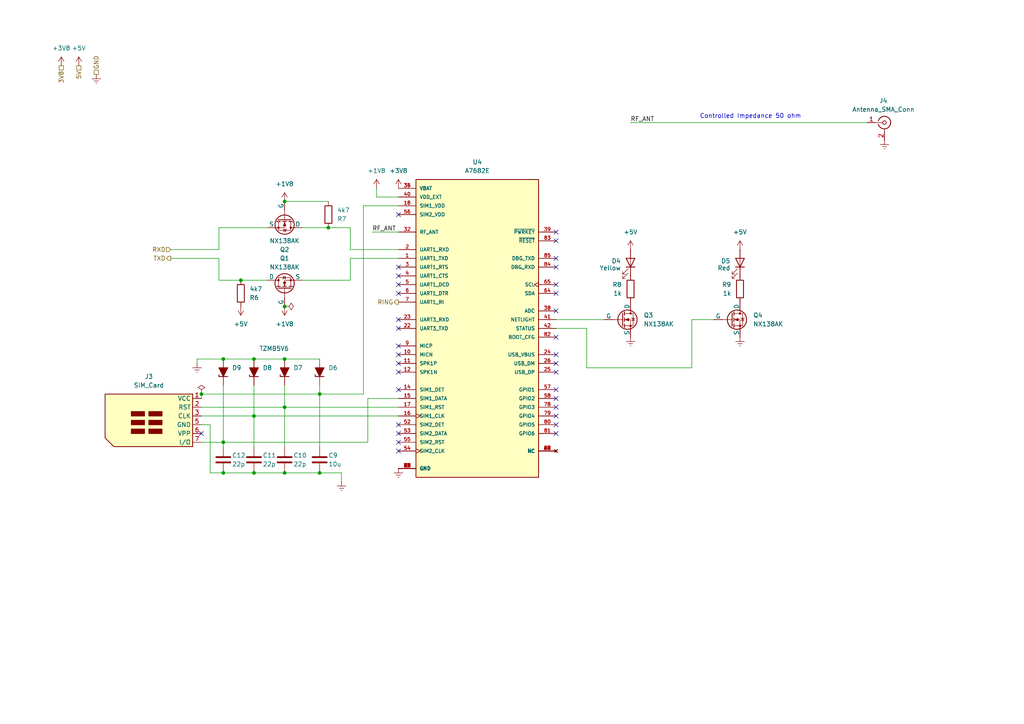
<source format=kicad_sch>
(kicad_sch
	(version 20231120)
	(generator "eeschema")
	(generator_version "8.0")
	(uuid "150e59b4-7349-4de5-83fa-cf0f5a3f9ef7")
	(paper "A4")
	(lib_symbols
		(symbol "A7682E:A7682E"
			(pin_names
				(offset 1.016)
			)
			(exclude_from_sim no)
			(in_bom yes)
			(on_board yes)
			(property "Reference" "U"
				(at -17.78 44.45 0)
				(effects
					(font
						(size 1.27 1.27)
					)
					(justify left bottom)
				)
			)
			(property "Value" "A7682E"
				(at -17.78 -44.45 0)
				(effects
					(font
						(size 1.27 1.27)
					)
					(justify left top)
				)
			)
			(property "Footprint" "A7682E:XCVR_A7682E"
				(at 0 0 0)
				(effects
					(font
						(size 1.27 1.27)
					)
					(justify bottom)
					(hide yes)
				)
			)
			(property "Datasheet" ""
				(at 0 0 0)
				(effects
					(font
						(size 1.27 1.27)
					)
					(hide yes)
				)
			)
			(property "Description" ""
				(at 0 0 0)
				(effects
					(font
						(size 1.27 1.27)
					)
					(hide yes)
				)
			)
			(property "MF" "SIMCom"
				(at 0 0 0)
				(effects
					(font
						(size 1.27 1.27)
					)
					(justify bottom)
					(hide yes)
				)
			)
			(property "MAXIMUM_PACKAGE_HEIGHT" "2.6mm"
				(at 0 0 0)
				(effects
					(font
						(size 1.27 1.27)
					)
					(justify bottom)
					(hide yes)
				)
			)
			(property "Package" "Package"
				(at 0 0 0)
				(effects
					(font
						(size 1.27 1.27)
					)
					(justify bottom)
					(hide yes)
				)
			)
			(property "Price" "None"
				(at 0 0 0)
				(effects
					(font
						(size 1.27 1.27)
					)
					(justify bottom)
					(hide yes)
				)
			)
			(property "Check_prices" "https://www.snapeda.com/parts/A7682E/SIMCom/view-part/?ref=eda"
				(at 0 0 0)
				(effects
					(font
						(size 1.27 1.27)
					)
					(justify bottom)
					(hide yes)
				)
			)
			(property "STANDARD" "Manufacturer recommendations"
				(at 0 0 0)
				(effects
					(font
						(size 1.27 1.27)
					)
					(justify bottom)
					(hide yes)
				)
			)
			(property "PARTREV" "V1.02"
				(at 0 0 0)
				(effects
					(font
						(size 1.27 1.27)
					)
					(justify bottom)
					(hide yes)
				)
			)
			(property "SnapEDA_Link" "https://www.snapeda.com/parts/A7682E/SIMCom/view-part/?ref=snap"
				(at 0 0 0)
				(effects
					(font
						(size 1.27 1.27)
					)
					(justify bottom)
					(hide yes)
				)
			)
			(property "MP" "A7682E"
				(at 0 0 0)
				(effects
					(font
						(size 1.27 1.27)
					)
					(justify bottom)
					(hide yes)
				)
			)
			(property "Description_1" "\nCellular EDGE, GPRS, GSM, LTE Transceiver Module 900MHz, 1.8GHz Antenna Not Included Surface Mount\n"
				(at 0 0 0)
				(effects
					(font
						(size 1.27 1.27)
					)
					(justify bottom)
					(hide yes)
				)
			)
			(property "MANUFACTURER" "SIMCom"
				(at 0 0 0)
				(effects
					(font
						(size 1.27 1.27)
					)
					(justify bottom)
					(hide yes)
				)
			)
			(property "Availability" "In Stock"
				(at 0 0 0)
				(effects
					(font
						(size 1.27 1.27)
					)
					(justify bottom)
					(hide yes)
				)
			)
			(property "SNAPEDA_PN" "A7682E"
				(at 0 0 0)
				(effects
					(font
						(size 1.27 1.27)
					)
					(justify bottom)
					(hide yes)
				)
			)
			(symbol "A7682E_0_0"
				(rectangle
					(start -17.78 -43.18)
					(end 17.78 43.18)
					(stroke
						(width 0.254)
						(type default)
					)
					(fill
						(type background)
					)
				)
				(pin output line
					(at 22.86 20.32 180)
					(length 5.08)
					(name "UART1_TXD"
						(effects
							(font
								(size 1.016 1.016)
							)
						)
					)
					(number "1"
						(effects
							(font
								(size 1.016 1.016)
							)
						)
					)
				)
				(pin bidirectional line
					(at 22.86 -7.62 180)
					(length 5.08)
					(name "MICN"
						(effects
							(font
								(size 1.016 1.016)
							)
						)
					)
					(number "10"
						(effects
							(font
								(size 1.016 1.016)
							)
						)
					)
				)
				(pin bidirectional line
					(at 22.86 -10.16 180)
					(length 5.08)
					(name "SPK1P"
						(effects
							(font
								(size 1.016 1.016)
							)
						)
					)
					(number "11"
						(effects
							(font
								(size 1.016 1.016)
							)
						)
					)
				)
				(pin bidirectional line
					(at 22.86 -12.7 180)
					(length 5.08)
					(name "SPK1N"
						(effects
							(font
								(size 1.016 1.016)
							)
						)
					)
					(number "12"
						(effects
							(font
								(size 1.016 1.016)
							)
						)
					)
				)
				(pin power_in line
					(at 22.86 -40.64 180)
					(length 5.08)
					(name "GND"
						(effects
							(font
								(size 1.016 1.016)
							)
						)
					)
					(number "13"
						(effects
							(font
								(size 1.016 1.016)
							)
						)
					)
				)
				(pin bidirectional line
					(at 22.86 -17.78 180)
					(length 5.08)
					(name "SIM1_DET"
						(effects
							(font
								(size 1.016 1.016)
							)
						)
					)
					(number "14"
						(effects
							(font
								(size 1.016 1.016)
							)
						)
					)
				)
				(pin bidirectional line
					(at 22.86 -20.32 180)
					(length 5.08)
					(name "SIM1_DATA"
						(effects
							(font
								(size 1.016 1.016)
							)
						)
					)
					(number "15"
						(effects
							(font
								(size 1.016 1.016)
							)
						)
					)
				)
				(pin bidirectional clock
					(at 22.86 -25.4 180)
					(length 5.08)
					(name "SIM1_CLK"
						(effects
							(font
								(size 1.016 1.016)
							)
						)
					)
					(number "16"
						(effects
							(font
								(size 1.016 1.016)
							)
						)
					)
				)
				(pin bidirectional line
					(at 22.86 -22.86 180)
					(length 5.08)
					(name "SIM1_RST"
						(effects
							(font
								(size 1.016 1.016)
							)
						)
					)
					(number "17"
						(effects
							(font
								(size 1.016 1.016)
							)
						)
					)
				)
				(pin power_in line
					(at 22.86 35.56 180)
					(length 5.08)
					(name "SIM1_VDD"
						(effects
							(font
								(size 1.016 1.016)
							)
						)
					)
					(number "18"
						(effects
							(font
								(size 1.016 1.016)
							)
						)
					)
				)
				(pin power_in line
					(at 22.86 -40.64 180)
					(length 5.08)
					(name "GND"
						(effects
							(font
								(size 1.016 1.016)
							)
						)
					)
					(number "19"
						(effects
							(font
								(size 1.016 1.016)
							)
						)
					)
				)
				(pin input line
					(at 22.86 22.86 180)
					(length 5.08)
					(name "UART1_RXD"
						(effects
							(font
								(size 1.016 1.016)
							)
						)
					)
					(number "2"
						(effects
							(font
								(size 1.016 1.016)
							)
						)
					)
				)
				(pin no_connect line
					(at -22.86 -35.56 0)
					(length 5.08)
					(name "NC"
						(effects
							(font
								(size 1.016 1.016)
							)
						)
					)
					(number "20"
						(effects
							(font
								(size 1.016 1.016)
							)
						)
					)
				)
				(pin power_in line
					(at 22.86 -40.64 180)
					(length 5.08)
					(name "GND"
						(effects
							(font
								(size 1.016 1.016)
							)
						)
					)
					(number "21"
						(effects
							(font
								(size 1.016 1.016)
							)
						)
					)
				)
				(pin output line
					(at 22.86 0 180)
					(length 5.08)
					(name "UART3_TXD"
						(effects
							(font
								(size 1.016 1.016)
							)
						)
					)
					(number "22"
						(effects
							(font
								(size 1.016 1.016)
							)
						)
					)
				)
				(pin input line
					(at 22.86 2.54 180)
					(length 5.08)
					(name "UART3_RXD"
						(effects
							(font
								(size 1.016 1.016)
							)
						)
					)
					(number "23"
						(effects
							(font
								(size 1.016 1.016)
							)
						)
					)
				)
				(pin input line
					(at -22.86 -7.62 0)
					(length 5.08)
					(name "USB_VBUS"
						(effects
							(font
								(size 1.016 1.016)
							)
						)
					)
					(number "24"
						(effects
							(font
								(size 1.016 1.016)
							)
						)
					)
				)
				(pin bidirectional line
					(at -22.86 -12.7 0)
					(length 5.08)
					(name "USB_DP"
						(effects
							(font
								(size 1.016 1.016)
							)
						)
					)
					(number "25"
						(effects
							(font
								(size 1.016 1.016)
							)
						)
					)
				)
				(pin bidirectional line
					(at -22.86 -10.16 0)
					(length 5.08)
					(name "USB_DM"
						(effects
							(font
								(size 1.016 1.016)
							)
						)
					)
					(number "26"
						(effects
							(font
								(size 1.016 1.016)
							)
						)
					)
				)
				(pin power_in line
					(at 22.86 -40.64 180)
					(length 5.08)
					(name "GND"
						(effects
							(font
								(size 1.016 1.016)
							)
						)
					)
					(number "27"
						(effects
							(font
								(size 1.016 1.016)
							)
						)
					)
				)
				(pin no_connect line
					(at -22.86 -35.56 0)
					(length 5.08)
					(name "NC"
						(effects
							(font
								(size 1.016 1.016)
							)
						)
					)
					(number "28"
						(effects
							(font
								(size 1.016 1.016)
							)
						)
					)
				)
				(pin no_connect line
					(at -22.86 -35.56 0)
					(length 5.08)
					(name "NC"
						(effects
							(font
								(size 1.016 1.016)
							)
						)
					)
					(number "29"
						(effects
							(font
								(size 1.016 1.016)
							)
						)
					)
				)
				(pin input line
					(at 22.86 17.78 180)
					(length 5.08)
					(name "UART1_RTS"
						(effects
							(font
								(size 1.016 1.016)
							)
						)
					)
					(number "3"
						(effects
							(font
								(size 1.016 1.016)
							)
						)
					)
				)
				(pin power_in line
					(at 22.86 -40.64 180)
					(length 5.08)
					(name "GND"
						(effects
							(font
								(size 1.016 1.016)
							)
						)
					)
					(number "30"
						(effects
							(font
								(size 1.016 1.016)
							)
						)
					)
				)
				(pin power_in line
					(at 22.86 -40.64 180)
					(length 5.08)
					(name "GND"
						(effects
							(font
								(size 1.016 1.016)
							)
						)
					)
					(number "31"
						(effects
							(font
								(size 1.016 1.016)
							)
						)
					)
				)
				(pin bidirectional line
					(at 22.86 27.94 180)
					(length 5.08)
					(name "RF_ANT"
						(effects
							(font
								(size 1.016 1.016)
							)
						)
					)
					(number "32"
						(effects
							(font
								(size 1.016 1.016)
							)
						)
					)
				)
				(pin power_in line
					(at 22.86 -40.64 180)
					(length 5.08)
					(name "GND"
						(effects
							(font
								(size 1.016 1.016)
							)
						)
					)
					(number "33"
						(effects
							(font
								(size 1.016 1.016)
							)
						)
					)
				)
				(pin power_in line
					(at 22.86 40.64 180)
					(length 5.08)
					(name "VBAT"
						(effects
							(font
								(size 1.016 1.016)
							)
						)
					)
					(number "34"
						(effects
							(font
								(size 1.016 1.016)
							)
						)
					)
				)
				(pin power_in line
					(at 22.86 40.64 180)
					(length 5.08)
					(name "VBAT"
						(effects
							(font
								(size 1.016 1.016)
							)
						)
					)
					(number "35"
						(effects
							(font
								(size 1.016 1.016)
							)
						)
					)
				)
				(pin power_in line
					(at 22.86 -40.64 180)
					(length 5.08)
					(name "GND"
						(effects
							(font
								(size 1.016 1.016)
							)
						)
					)
					(number "36"
						(effects
							(font
								(size 1.016 1.016)
							)
						)
					)
				)
				(pin power_in line
					(at 22.86 -40.64 180)
					(length 5.08)
					(name "GND"
						(effects
							(font
								(size 1.016 1.016)
							)
						)
					)
					(number "37"
						(effects
							(font
								(size 1.016 1.016)
							)
						)
					)
				)
				(pin input line
					(at -22.86 5.08 0)
					(length 5.08)
					(name "ADC"
						(effects
							(font
								(size 1.016 1.016)
							)
						)
					)
					(number "38"
						(effects
							(font
								(size 1.016 1.016)
							)
						)
					)
				)
				(pin input line
					(at -22.86 27.94 0)
					(length 5.08)
					(name "~{PWRKEY}"
						(effects
							(font
								(size 1.016 1.016)
							)
						)
					)
					(number "39"
						(effects
							(font
								(size 1.016 1.016)
							)
						)
					)
				)
				(pin output line
					(at 22.86 15.24 180)
					(length 5.08)
					(name "UART1_CTS"
						(effects
							(font
								(size 1.016 1.016)
							)
						)
					)
					(number "4"
						(effects
							(font
								(size 1.016 1.016)
							)
						)
					)
				)
				(pin power_in line
					(at 22.86 38.1 180)
					(length 5.08)
					(name "VDD_EXT"
						(effects
							(font
								(size 1.016 1.016)
							)
						)
					)
					(number "40"
						(effects
							(font
								(size 1.016 1.016)
							)
						)
					)
				)
				(pin output line
					(at -22.86 2.54 0)
					(length 5.08)
					(name "NETLIGHT"
						(effects
							(font
								(size 1.016 1.016)
							)
						)
					)
					(number "41"
						(effects
							(font
								(size 1.016 1.016)
							)
						)
					)
				)
				(pin output line
					(at -22.86 0 0)
					(length 5.08)
					(name "STATUS"
						(effects
							(font
								(size 1.016 1.016)
							)
						)
					)
					(number "42"
						(effects
							(font
								(size 1.016 1.016)
							)
						)
					)
				)
				(pin no_connect line
					(at -22.86 -35.56 0)
					(length 5.08)
					(name "NC"
						(effects
							(font
								(size 1.016 1.016)
							)
						)
					)
					(number "43"
						(effects
							(font
								(size 1.016 1.016)
							)
						)
					)
				)
				(pin no_connect line
					(at -22.86 -35.56 0)
					(length 5.08)
					(name "NC"
						(effects
							(font
								(size 1.016 1.016)
							)
						)
					)
					(number "44"
						(effects
							(font
								(size 1.016 1.016)
							)
						)
					)
				)
				(pin power_in line
					(at 22.86 -40.64 180)
					(length 5.08)
					(name "GND"
						(effects
							(font
								(size 1.016 1.016)
							)
						)
					)
					(number "45"
						(effects
							(font
								(size 1.016 1.016)
							)
						)
					)
				)
				(pin no_connect line
					(at -22.86 -35.56 0)
					(length 5.08)
					(name "NC"
						(effects
							(font
								(size 1.016 1.016)
							)
						)
					)
					(number "46"
						(effects
							(font
								(size 1.016 1.016)
							)
						)
					)
				)
				(pin no_connect line
					(at -22.86 -35.56 0)
					(length 5.08)
					(name "NC"
						(effects
							(font
								(size 1.016 1.016)
							)
						)
					)
					(number "47"
						(effects
							(font
								(size 1.016 1.016)
							)
						)
					)
				)
				(pin no_connect line
					(at -22.86 -35.56 0)
					(length 5.08)
					(name "NC"
						(effects
							(font
								(size 1.016 1.016)
							)
						)
					)
					(number "48"
						(effects
							(font
								(size 1.016 1.016)
							)
						)
					)
				)
				(pin no_connect line
					(at -22.86 -35.56 0)
					(length 5.08)
					(name "NC"
						(effects
							(font
								(size 1.016 1.016)
							)
						)
					)
					(number "49"
						(effects
							(font
								(size 1.016 1.016)
							)
						)
					)
				)
				(pin output line
					(at 22.86 12.7 180)
					(length 5.08)
					(name "UART1_DCD"
						(effects
							(font
								(size 1.016 1.016)
							)
						)
					)
					(number "5"
						(effects
							(font
								(size 1.016 1.016)
							)
						)
					)
				)
				(pin no_connect line
					(at -22.86 -35.56 0)
					(length 5.08)
					(name "NC"
						(effects
							(font
								(size 1.016 1.016)
							)
						)
					)
					(number "50"
						(effects
							(font
								(size 1.016 1.016)
							)
						)
					)
				)
				(pin no_connect line
					(at -22.86 -35.56 0)
					(length 5.08)
					(name "NC"
						(effects
							(font
								(size 1.016 1.016)
							)
						)
					)
					(number "51"
						(effects
							(font
								(size 1.016 1.016)
							)
						)
					)
				)
				(pin bidirectional line
					(at 22.86 -27.94 180)
					(length 5.08)
					(name "SIM2_DET"
						(effects
							(font
								(size 1.016 1.016)
							)
						)
					)
					(number "52"
						(effects
							(font
								(size 1.016 1.016)
							)
						)
					)
				)
				(pin bidirectional line
					(at 22.86 -30.48 180)
					(length 5.08)
					(name "SIM2_DATA"
						(effects
							(font
								(size 1.016 1.016)
							)
						)
					)
					(number "53"
						(effects
							(font
								(size 1.016 1.016)
							)
						)
					)
				)
				(pin bidirectional clock
					(at 22.86 -35.56 180)
					(length 5.08)
					(name "SIM2_CLK"
						(effects
							(font
								(size 1.016 1.016)
							)
						)
					)
					(number "54"
						(effects
							(font
								(size 1.016 1.016)
							)
						)
					)
				)
				(pin bidirectional line
					(at 22.86 -33.02 180)
					(length 5.08)
					(name "SIM2_RST"
						(effects
							(font
								(size 1.016 1.016)
							)
						)
					)
					(number "55"
						(effects
							(font
								(size 1.016 1.016)
							)
						)
					)
				)
				(pin power_in line
					(at 22.86 33.02 180)
					(length 5.08)
					(name "SIM2_VDD"
						(effects
							(font
								(size 1.016 1.016)
							)
						)
					)
					(number "56"
						(effects
							(font
								(size 1.016 1.016)
							)
						)
					)
				)
				(pin bidirectional line
					(at -22.86 -17.78 0)
					(length 5.08)
					(name "GPIO1"
						(effects
							(font
								(size 1.016 1.016)
							)
						)
					)
					(number "57"
						(effects
							(font
								(size 1.016 1.016)
							)
						)
					)
				)
				(pin bidirectional line
					(at -22.86 -20.32 0)
					(length 5.08)
					(name "GPIO2"
						(effects
							(font
								(size 1.016 1.016)
							)
						)
					)
					(number "58"
						(effects
							(font
								(size 1.016 1.016)
							)
						)
					)
				)
				(pin no_connect line
					(at -22.86 -35.56 0)
					(length 5.08)
					(name "NC"
						(effects
							(font
								(size 1.016 1.016)
							)
						)
					)
					(number "59"
						(effects
							(font
								(size 1.016 1.016)
							)
						)
					)
				)
				(pin input line
					(at 22.86 10.16 180)
					(length 5.08)
					(name "UART1_DTR"
						(effects
							(font
								(size 1.016 1.016)
							)
						)
					)
					(number "6"
						(effects
							(font
								(size 1.016 1.016)
							)
						)
					)
				)
				(pin no_connect line
					(at -22.86 -35.56 0)
					(length 5.08)
					(name "NC"
						(effects
							(font
								(size 1.016 1.016)
							)
						)
					)
					(number "60"
						(effects
							(font
								(size 1.016 1.016)
							)
						)
					)
				)
				(pin no_connect line
					(at -22.86 -35.56 0)
					(length 5.08)
					(name "NC"
						(effects
							(font
								(size 1.016 1.016)
							)
						)
					)
					(number "61"
						(effects
							(font
								(size 1.016 1.016)
							)
						)
					)
				)
				(pin no_connect line
					(at -22.86 -35.56 0)
					(length 5.08)
					(name "NC"
						(effects
							(font
								(size 1.016 1.016)
							)
						)
					)
					(number "62"
						(effects
							(font
								(size 1.016 1.016)
							)
						)
					)
				)
				(pin power_in line
					(at 22.86 -40.64 180)
					(length 5.08)
					(name "GND"
						(effects
							(font
								(size 1.016 1.016)
							)
						)
					)
					(number "63"
						(effects
							(font
								(size 1.016 1.016)
							)
						)
					)
				)
				(pin bidirectional line
					(at -22.86 10.16 0)
					(length 5.08)
					(name "SDA"
						(effects
							(font
								(size 1.016 1.016)
							)
						)
					)
					(number "64"
						(effects
							(font
								(size 1.016 1.016)
							)
						)
					)
				)
				(pin output clock
					(at -22.86 12.7 0)
					(length 5.08)
					(name "SCL"
						(effects
							(font
								(size 1.016 1.016)
							)
						)
					)
					(number "65"
						(effects
							(font
								(size 1.016 1.016)
							)
						)
					)
				)
				(pin power_in line
					(at 22.86 -40.64 180)
					(length 5.08)
					(name "GND"
						(effects
							(font
								(size 1.016 1.016)
							)
						)
					)
					(number "66"
						(effects
							(font
								(size 1.016 1.016)
							)
						)
					)
				)
				(pin power_in line
					(at 22.86 -40.64 180)
					(length 5.08)
					(name "GND"
						(effects
							(font
								(size 1.016 1.016)
							)
						)
					)
					(number "67"
						(effects
							(font
								(size 1.016 1.016)
							)
						)
					)
				)
				(pin no_connect line
					(at -22.86 -35.56 0)
					(length 5.08)
					(name "NC"
						(effects
							(font
								(size 1.016 1.016)
							)
						)
					)
					(number "68"
						(effects
							(font
								(size 1.016 1.016)
							)
						)
					)
				)
				(pin power_in line
					(at 22.86 -40.64 180)
					(length 5.08)
					(name "GND"
						(effects
							(font
								(size 1.016 1.016)
							)
						)
					)
					(number "69"
						(effects
							(font
								(size 1.016 1.016)
							)
						)
					)
				)
				(pin output line
					(at 22.86 7.62 180)
					(length 5.08)
					(name "UART1_RI"
						(effects
							(font
								(size 1.016 1.016)
							)
						)
					)
					(number "7"
						(effects
							(font
								(size 1.016 1.016)
							)
						)
					)
				)
				(pin power_in line
					(at 22.86 -40.64 180)
					(length 5.08)
					(name "GND"
						(effects
							(font
								(size 1.016 1.016)
							)
						)
					)
					(number "70"
						(effects
							(font
								(size 1.016 1.016)
							)
						)
					)
				)
				(pin power_in line
					(at 22.86 -40.64 180)
					(length 5.08)
					(name "GND"
						(effects
							(font
								(size 1.016 1.016)
							)
						)
					)
					(number "71"
						(effects
							(font
								(size 1.016 1.016)
							)
						)
					)
				)
				(pin power_in line
					(at 22.86 -40.64 180)
					(length 5.08)
					(name "GND"
						(effects
							(font
								(size 1.016 1.016)
							)
						)
					)
					(number "72"
						(effects
							(font
								(size 1.016 1.016)
							)
						)
					)
				)
				(pin power_in line
					(at 22.86 -40.64 180)
					(length 5.08)
					(name "GND"
						(effects
							(font
								(size 1.016 1.016)
							)
						)
					)
					(number "73"
						(effects
							(font
								(size 1.016 1.016)
							)
						)
					)
				)
				(pin power_in line
					(at 22.86 -40.64 180)
					(length 5.08)
					(name "GND"
						(effects
							(font
								(size 1.016 1.016)
							)
						)
					)
					(number "74"
						(effects
							(font
								(size 1.016 1.016)
							)
						)
					)
				)
				(pin power_in line
					(at 22.86 -40.64 180)
					(length 5.08)
					(name "GND"
						(effects
							(font
								(size 1.016 1.016)
							)
						)
					)
					(number "75"
						(effects
							(font
								(size 1.016 1.016)
							)
						)
					)
				)
				(pin power_in line
					(at 22.86 -40.64 180)
					(length 5.08)
					(name "GND"
						(effects
							(font
								(size 1.016 1.016)
							)
						)
					)
					(number "76"
						(effects
							(font
								(size 1.016 1.016)
							)
						)
					)
				)
				(pin power_in line
					(at 22.86 -40.64 180)
					(length 5.08)
					(name "GND"
						(effects
							(font
								(size 1.016 1.016)
							)
						)
					)
					(number "77"
						(effects
							(font
								(size 1.016 1.016)
							)
						)
					)
				)
				(pin bidirectional line
					(at -22.86 -22.86 0)
					(length 5.08)
					(name "GPIO3"
						(effects
							(font
								(size 1.016 1.016)
							)
						)
					)
					(number "78"
						(effects
							(font
								(size 1.016 1.016)
							)
						)
					)
				)
				(pin bidirectional line
					(at -22.86 -25.4 0)
					(length 5.08)
					(name "GPIO4"
						(effects
							(font
								(size 1.016 1.016)
							)
						)
					)
					(number "79"
						(effects
							(font
								(size 1.016 1.016)
							)
						)
					)
				)
				(pin power_in line
					(at 22.86 -40.64 180)
					(length 5.08)
					(name "GND"
						(effects
							(font
								(size 1.016 1.016)
							)
						)
					)
					(number "8"
						(effects
							(font
								(size 1.016 1.016)
							)
						)
					)
				)
				(pin bidirectional line
					(at -22.86 -27.94 0)
					(length 5.08)
					(name "GPIO5"
						(effects
							(font
								(size 1.016 1.016)
							)
						)
					)
					(number "80"
						(effects
							(font
								(size 1.016 1.016)
							)
						)
					)
				)
				(pin bidirectional line
					(at -22.86 -30.48 0)
					(length 5.08)
					(name "GPIO6"
						(effects
							(font
								(size 1.016 1.016)
							)
						)
					)
					(number "81"
						(effects
							(font
								(size 1.016 1.016)
							)
						)
					)
				)
				(pin input line
					(at -22.86 -2.54 0)
					(length 5.08)
					(name "BOOT_CFG"
						(effects
							(font
								(size 1.016 1.016)
							)
						)
					)
					(number "82"
						(effects
							(font
								(size 1.016 1.016)
							)
						)
					)
				)
				(pin input line
					(at -22.86 25.4 0)
					(length 5.08)
					(name "~{RESET}"
						(effects
							(font
								(size 1.016 1.016)
							)
						)
					)
					(number "83"
						(effects
							(font
								(size 1.016 1.016)
							)
						)
					)
				)
				(pin input line
					(at -22.86 17.78 0)
					(length 5.08)
					(name "DBG_RXD"
						(effects
							(font
								(size 1.016 1.016)
							)
						)
					)
					(number "84"
						(effects
							(font
								(size 1.016 1.016)
							)
						)
					)
				)
				(pin output line
					(at -22.86 20.32 0)
					(length 5.08)
					(name "DBG_TXD"
						(effects
							(font
								(size 1.016 1.016)
							)
						)
					)
					(number "85"
						(effects
							(font
								(size 1.016 1.016)
							)
						)
					)
				)
				(pin bidirectional line
					(at 22.86 -5.08 180)
					(length 5.08)
					(name "MICP"
						(effects
							(font
								(size 1.016 1.016)
							)
						)
					)
					(number "9"
						(effects
							(font
								(size 1.016 1.016)
							)
						)
					)
				)
			)
		)
		(symbol "Connector:Conn_Coaxial"
			(pin_names
				(offset 1.016) hide)
			(exclude_from_sim no)
			(in_bom yes)
			(on_board yes)
			(property "Reference" "J"
				(at 0.254 3.048 0)
				(effects
					(font
						(size 1.27 1.27)
					)
				)
			)
			(property "Value" "Conn_Coaxial"
				(at 2.921 0 90)
				(effects
					(font
						(size 1.27 1.27)
					)
				)
			)
			(property "Footprint" ""
				(at 0 0 0)
				(effects
					(font
						(size 1.27 1.27)
					)
					(hide yes)
				)
			)
			(property "Datasheet" " ~"
				(at 0 0 0)
				(effects
					(font
						(size 1.27 1.27)
					)
					(hide yes)
				)
			)
			(property "Description" "coaxial connector (BNC, SMA, SMB, SMC, Cinch/RCA, LEMO, ...)"
				(at 0 0 0)
				(effects
					(font
						(size 1.27 1.27)
					)
					(hide yes)
				)
			)
			(property "ki_keywords" "BNC SMA SMB SMC LEMO coaxial connector CINCH RCA MCX MMCX U.FL UMRF"
				(at 0 0 0)
				(effects
					(font
						(size 1.27 1.27)
					)
					(hide yes)
				)
			)
			(property "ki_fp_filters" "*BNC* *SMA* *SMB* *SMC* *Cinch* *LEMO* *UMRF* *MCX* *U.FL*"
				(at 0 0 0)
				(effects
					(font
						(size 1.27 1.27)
					)
					(hide yes)
				)
			)
			(symbol "Conn_Coaxial_0_1"
				(arc
					(start -1.778 -0.508)
					(mid 0.2311 -1.8066)
					(end 1.778 0)
					(stroke
						(width 0.254)
						(type default)
					)
					(fill
						(type none)
					)
				)
				(polyline
					(pts
						(xy -2.54 0) (xy -0.508 0)
					)
					(stroke
						(width 0)
						(type default)
					)
					(fill
						(type none)
					)
				)
				(polyline
					(pts
						(xy 0 -2.54) (xy 0 -1.778)
					)
					(stroke
						(width 0)
						(type default)
					)
					(fill
						(type none)
					)
				)
				(circle
					(center 0 0)
					(radius 0.508)
					(stroke
						(width 0.2032)
						(type default)
					)
					(fill
						(type none)
					)
				)
				(arc
					(start 1.778 0)
					(mid 0.2099 1.8101)
					(end -1.778 0.508)
					(stroke
						(width 0.254)
						(type default)
					)
					(fill
						(type none)
					)
				)
			)
			(symbol "Conn_Coaxial_1_1"
				(pin passive line
					(at -5.08 0 0)
					(length 2.54)
					(name "In"
						(effects
							(font
								(size 1.27 1.27)
							)
						)
					)
					(number "1"
						(effects
							(font
								(size 1.27 1.27)
							)
						)
					)
				)
				(pin passive line
					(at 0 -5.08 90)
					(length 2.54)
					(name "Ext"
						(effects
							(font
								(size 1.27 1.27)
							)
						)
					)
					(number "2"
						(effects
							(font
								(size 1.27 1.27)
							)
						)
					)
				)
			)
		)
		(symbol "Connector:SIM_Card"
			(exclude_from_sim no)
			(in_bom yes)
			(on_board yes)
			(property "Reference" "J"
				(at -2.54 12.7 0)
				(effects
					(font
						(size 1.27 1.27)
					)
					(justify right)
				)
			)
			(property "Value" "SIM_Card"
				(at -1.27 10.16 0)
				(effects
					(font
						(size 1.27 1.27)
					)
					(justify right)
				)
			)
			(property "Footprint" ""
				(at 0 8.89 0)
				(effects
					(font
						(size 1.27 1.27)
					)
					(hide yes)
				)
			)
			(property "Datasheet" " ~"
				(at -1.27 0 0)
				(effects
					(font
						(size 1.27 1.27)
					)
					(hide yes)
				)
			)
			(property "Description" "SIM Card"
				(at 0 0 0)
				(effects
					(font
						(size 1.27 1.27)
					)
					(hide yes)
				)
			)
			(property "ki_keywords" "SIM card UICC"
				(at 0 0 0)
				(effects
					(font
						(size 1.27 1.27)
					)
					(hide yes)
				)
			)
			(property "ki_fp_filters" "*SIM*Card*Holder*"
				(at 0 0 0)
				(effects
					(font
						(size 1.27 1.27)
					)
					(hide yes)
				)
			)
			(symbol "SIM_Card_0_1"
				(rectangle
					(start -1.27 -2.54)
					(end 2.54 -1.27)
					(stroke
						(width 0.254)
						(type default)
					)
					(fill
						(type outline)
					)
				)
				(rectangle
					(start -1.27 0)
					(end 2.54 1.27)
					(stroke
						(width 0.254)
						(type default)
					)
					(fill
						(type outline)
					)
				)
				(rectangle
					(start -1.27 2.54)
					(end 2.54 3.81)
					(stroke
						(width 0.254)
						(type default)
					)
					(fill
						(type outline)
					)
				)
				(polyline
					(pts
						(xy -10.16 8.89) (xy 15.24 8.89) (xy 15.24 -3.81) (xy 12.7 -6.35) (xy -10.16 -6.35) (xy -10.16 8.89)
					)
					(stroke
						(width 0.254)
						(type default)
					)
					(fill
						(type background)
					)
				)
				(rectangle
					(start 3.81 -1.27)
					(end 7.62 -2.54)
					(stroke
						(width 0.254)
						(type default)
					)
					(fill
						(type outline)
					)
				)
				(rectangle
					(start 3.81 0)
					(end 7.62 1.27)
					(stroke
						(width 0.254)
						(type default)
					)
					(fill
						(type outline)
					)
				)
				(rectangle
					(start 3.81 2.54)
					(end 7.62 3.81)
					(stroke
						(width 0.254)
						(type default)
					)
					(fill
						(type outline)
					)
				)
			)
			(symbol "SIM_Card_1_1"
				(pin power_in line
					(at -12.7 7.62 0)
					(length 2.54)
					(name "VCC"
						(effects
							(font
								(size 1.27 1.27)
							)
						)
					)
					(number "1"
						(effects
							(font
								(size 1.27 1.27)
							)
						)
					)
				)
				(pin input line
					(at -12.7 5.08 0)
					(length 2.54)
					(name "RST"
						(effects
							(font
								(size 1.27 1.27)
							)
						)
					)
					(number "2"
						(effects
							(font
								(size 1.27 1.27)
							)
						)
					)
				)
				(pin input line
					(at -12.7 2.54 0)
					(length 2.54)
					(name "CLK"
						(effects
							(font
								(size 1.27 1.27)
							)
						)
					)
					(number "3"
						(effects
							(font
								(size 1.27 1.27)
							)
						)
					)
				)
				(pin power_in line
					(at -12.7 0 0)
					(length 2.54)
					(name "GND"
						(effects
							(font
								(size 1.27 1.27)
							)
						)
					)
					(number "5"
						(effects
							(font
								(size 1.27 1.27)
							)
						)
					)
				)
				(pin input line
					(at -12.7 -2.54 0)
					(length 2.54)
					(name "VPP"
						(effects
							(font
								(size 1.27 1.27)
							)
						)
					)
					(number "6"
						(effects
							(font
								(size 1.27 1.27)
							)
						)
					)
				)
				(pin bidirectional line
					(at -12.7 -5.08 0)
					(length 2.54)
					(name "I/O"
						(effects
							(font
								(size 1.27 1.27)
							)
						)
					)
					(number "7"
						(effects
							(font
								(size 1.27 1.27)
							)
						)
					)
				)
			)
		)
		(symbol "Device:C"
			(pin_numbers hide)
			(pin_names
				(offset 0.254)
			)
			(exclude_from_sim no)
			(in_bom yes)
			(on_board yes)
			(property "Reference" "C"
				(at 0.635 2.54 0)
				(effects
					(font
						(size 1.27 1.27)
					)
					(justify left)
				)
			)
			(property "Value" "C"
				(at 0.635 -2.54 0)
				(effects
					(font
						(size 1.27 1.27)
					)
					(justify left)
				)
			)
			(property "Footprint" ""
				(at 0.9652 -3.81 0)
				(effects
					(font
						(size 1.27 1.27)
					)
					(hide yes)
				)
			)
			(property "Datasheet" "~"
				(at 0 0 0)
				(effects
					(font
						(size 1.27 1.27)
					)
					(hide yes)
				)
			)
			(property "Description" "Unpolarized capacitor"
				(at 0 0 0)
				(effects
					(font
						(size 1.27 1.27)
					)
					(hide yes)
				)
			)
			(property "ki_keywords" "cap capacitor"
				(at 0 0 0)
				(effects
					(font
						(size 1.27 1.27)
					)
					(hide yes)
				)
			)
			(property "ki_fp_filters" "C_*"
				(at 0 0 0)
				(effects
					(font
						(size 1.27 1.27)
					)
					(hide yes)
				)
			)
			(symbol "C_0_1"
				(polyline
					(pts
						(xy -2.032 -0.762) (xy 2.032 -0.762)
					)
					(stroke
						(width 0.508)
						(type default)
					)
					(fill
						(type none)
					)
				)
				(polyline
					(pts
						(xy -2.032 0.762) (xy 2.032 0.762)
					)
					(stroke
						(width 0.508)
						(type default)
					)
					(fill
						(type none)
					)
				)
			)
			(symbol "C_1_1"
				(pin passive line
					(at 0 3.81 270)
					(length 2.794)
					(name "~"
						(effects
							(font
								(size 1.27 1.27)
							)
						)
					)
					(number "1"
						(effects
							(font
								(size 1.27 1.27)
							)
						)
					)
				)
				(pin passive line
					(at 0 -3.81 90)
					(length 2.794)
					(name "~"
						(effects
							(font
								(size 1.27 1.27)
							)
						)
					)
					(number "2"
						(effects
							(font
								(size 1.27 1.27)
							)
						)
					)
				)
			)
		)
		(symbol "Device:D_Zener_Filled"
			(pin_numbers hide)
			(pin_names
				(offset 1.016) hide)
			(exclude_from_sim no)
			(in_bom yes)
			(on_board yes)
			(property "Reference" "D"
				(at 0 2.54 0)
				(effects
					(font
						(size 1.27 1.27)
					)
				)
			)
			(property "Value" "D_Zener_Filled"
				(at 0 -2.54 0)
				(effects
					(font
						(size 1.27 1.27)
					)
				)
			)
			(property "Footprint" ""
				(at 0 0 0)
				(effects
					(font
						(size 1.27 1.27)
					)
					(hide yes)
				)
			)
			(property "Datasheet" "~"
				(at 0 0 0)
				(effects
					(font
						(size 1.27 1.27)
					)
					(hide yes)
				)
			)
			(property "Description" "Zener diode, filled shape"
				(at 0 0 0)
				(effects
					(font
						(size 1.27 1.27)
					)
					(hide yes)
				)
			)
			(property "ki_keywords" "diode"
				(at 0 0 0)
				(effects
					(font
						(size 1.27 1.27)
					)
					(hide yes)
				)
			)
			(property "ki_fp_filters" "TO-???* *_Diode_* *SingleDiode* D_*"
				(at 0 0 0)
				(effects
					(font
						(size 1.27 1.27)
					)
					(hide yes)
				)
			)
			(symbol "D_Zener_Filled_0_1"
				(polyline
					(pts
						(xy 1.27 0) (xy -1.27 0)
					)
					(stroke
						(width 0)
						(type default)
					)
					(fill
						(type none)
					)
				)
				(polyline
					(pts
						(xy -1.27 -1.27) (xy -1.27 1.27) (xy -0.762 1.27)
					)
					(stroke
						(width 0.254)
						(type default)
					)
					(fill
						(type none)
					)
				)
				(polyline
					(pts
						(xy 1.27 -1.27) (xy 1.27 1.27) (xy -1.27 0) (xy 1.27 -1.27)
					)
					(stroke
						(width 0.254)
						(type default)
					)
					(fill
						(type outline)
					)
				)
			)
			(symbol "D_Zener_Filled_1_1"
				(pin passive line
					(at -3.81 0 0)
					(length 2.54)
					(name "K"
						(effects
							(font
								(size 1.27 1.27)
							)
						)
					)
					(number "1"
						(effects
							(font
								(size 1.27 1.27)
							)
						)
					)
				)
				(pin passive line
					(at 3.81 0 180)
					(length 2.54)
					(name "A"
						(effects
							(font
								(size 1.27 1.27)
							)
						)
					)
					(number "2"
						(effects
							(font
								(size 1.27 1.27)
							)
						)
					)
				)
			)
		)
		(symbol "Device:LED"
			(pin_numbers hide)
			(pin_names
				(offset 1.016) hide)
			(exclude_from_sim no)
			(in_bom yes)
			(on_board yes)
			(property "Reference" "D"
				(at 0 2.54 0)
				(effects
					(font
						(size 1.27 1.27)
					)
				)
			)
			(property "Value" "LED"
				(at 0 -2.54 0)
				(effects
					(font
						(size 1.27 1.27)
					)
				)
			)
			(property "Footprint" ""
				(at 0 0 0)
				(effects
					(font
						(size 1.27 1.27)
					)
					(hide yes)
				)
			)
			(property "Datasheet" "~"
				(at 0 0 0)
				(effects
					(font
						(size 1.27 1.27)
					)
					(hide yes)
				)
			)
			(property "Description" "Light emitting diode"
				(at 0 0 0)
				(effects
					(font
						(size 1.27 1.27)
					)
					(hide yes)
				)
			)
			(property "ki_keywords" "LED diode"
				(at 0 0 0)
				(effects
					(font
						(size 1.27 1.27)
					)
					(hide yes)
				)
			)
			(property "ki_fp_filters" "LED* LED_SMD:* LED_THT:*"
				(at 0 0 0)
				(effects
					(font
						(size 1.27 1.27)
					)
					(hide yes)
				)
			)
			(symbol "LED_0_1"
				(polyline
					(pts
						(xy -1.27 -1.27) (xy -1.27 1.27)
					)
					(stroke
						(width 0.254)
						(type default)
					)
					(fill
						(type none)
					)
				)
				(polyline
					(pts
						(xy -1.27 0) (xy 1.27 0)
					)
					(stroke
						(width 0)
						(type default)
					)
					(fill
						(type none)
					)
				)
				(polyline
					(pts
						(xy 1.27 -1.27) (xy 1.27 1.27) (xy -1.27 0) (xy 1.27 -1.27)
					)
					(stroke
						(width 0.254)
						(type default)
					)
					(fill
						(type none)
					)
				)
				(polyline
					(pts
						(xy -3.048 -0.762) (xy -4.572 -2.286) (xy -3.81 -2.286) (xy -4.572 -2.286) (xy -4.572 -1.524)
					)
					(stroke
						(width 0)
						(type default)
					)
					(fill
						(type none)
					)
				)
				(polyline
					(pts
						(xy -1.778 -0.762) (xy -3.302 -2.286) (xy -2.54 -2.286) (xy -3.302 -2.286) (xy -3.302 -1.524)
					)
					(stroke
						(width 0)
						(type default)
					)
					(fill
						(type none)
					)
				)
			)
			(symbol "LED_1_1"
				(pin passive line
					(at -3.81 0 0)
					(length 2.54)
					(name "K"
						(effects
							(font
								(size 1.27 1.27)
							)
						)
					)
					(number "1"
						(effects
							(font
								(size 1.27 1.27)
							)
						)
					)
				)
				(pin passive line
					(at 3.81 0 180)
					(length 2.54)
					(name "A"
						(effects
							(font
								(size 1.27 1.27)
							)
						)
					)
					(number "2"
						(effects
							(font
								(size 1.27 1.27)
							)
						)
					)
				)
			)
		)
		(symbol "Device:R"
			(pin_numbers hide)
			(pin_names
				(offset 0)
			)
			(exclude_from_sim no)
			(in_bom yes)
			(on_board yes)
			(property "Reference" "R"
				(at 2.032 0 90)
				(effects
					(font
						(size 1.27 1.27)
					)
				)
			)
			(property "Value" "R"
				(at 0 0 90)
				(effects
					(font
						(size 1.27 1.27)
					)
				)
			)
			(property "Footprint" ""
				(at -1.778 0 90)
				(effects
					(font
						(size 1.27 1.27)
					)
					(hide yes)
				)
			)
			(property "Datasheet" "~"
				(at 0 0 0)
				(effects
					(font
						(size 1.27 1.27)
					)
					(hide yes)
				)
			)
			(property "Description" "Resistor"
				(at 0 0 0)
				(effects
					(font
						(size 1.27 1.27)
					)
					(hide yes)
				)
			)
			(property "ki_keywords" "R res resistor"
				(at 0 0 0)
				(effects
					(font
						(size 1.27 1.27)
					)
					(hide yes)
				)
			)
			(property "ki_fp_filters" "R_*"
				(at 0 0 0)
				(effects
					(font
						(size 1.27 1.27)
					)
					(hide yes)
				)
			)
			(symbol "R_0_1"
				(rectangle
					(start -1.016 -2.54)
					(end 1.016 2.54)
					(stroke
						(width 0.254)
						(type default)
					)
					(fill
						(type none)
					)
				)
			)
			(symbol "R_1_1"
				(pin passive line
					(at 0 3.81 270)
					(length 1.27)
					(name "~"
						(effects
							(font
								(size 1.27 1.27)
							)
						)
					)
					(number "1"
						(effects
							(font
								(size 1.27 1.27)
							)
						)
					)
				)
				(pin passive line
					(at 0 -3.81 90)
					(length 1.27)
					(name "~"
						(effects
							(font
								(size 1.27 1.27)
							)
						)
					)
					(number "2"
						(effects
							(font
								(size 1.27 1.27)
							)
						)
					)
				)
			)
		)
		(symbol "NMOS_1"
			(pin_numbers hide)
			(pin_names
				(offset 0)
			)
			(exclude_from_sim no)
			(in_bom yes)
			(on_board yes)
			(property "Reference" "Q2"
				(at 8.89 0 90)
				(effects
					(font
						(size 1.27 1.27)
					)
				)
			)
			(property "Value" "NX138AK"
				(at 6.35 0 90)
				(effects
					(font
						(size 1.27 1.27)
					)
				)
			)
			(property "Footprint" "Package_TO_SOT_SMD:SOT-23"
				(at 5.08 2.54 0)
				(effects
					(font
						(size 1.27 1.27)
					)
					(hide yes)
				)
			)
			(property "Datasheet" "https://ngspice.sourceforge.io/docs/ngspice-html-manual/manual.xhtml#cha_MOSFETs"
				(at 0 -12.7 0)
				(effects
					(font
						(size 1.27 1.27)
					)
					(hide yes)
				)
			)
			(property "Description" "N-MOSFET transistor, drain/source/gate"
				(at 0 0 0)
				(effects
					(font
						(size 1.27 1.27)
					)
					(hide yes)
				)
			)
			(property "Sim.Device" "NMOS"
				(at 0 -17.145 0)
				(effects
					(font
						(size 1.27 1.27)
					)
					(hide yes)
				)
			)
			(property "Sim.Type" "VDMOS"
				(at 0 -19.05 0)
				(effects
					(font
						(size 1.27 1.27)
					)
					(hide yes)
				)
			)
			(property "Sim.Pins" "1=D 2=G 3=S"
				(at 0 -15.24 0)
				(effects
					(font
						(size 1.27 1.27)
					)
					(hide yes)
				)
			)
			(property "Distributor Link" ""
				(at 0 0 0)
				(effects
					(font
						(size 1.27 1.27)
					)
					(hide yes)
				)
			)
			(property "Field-1" ""
				(at 0 0 0)
				(effects
					(font
						(size 1.27 1.27)
					)
					(hide yes)
				)
			)
			(property "ki_keywords" "transistor NMOS N-MOS N-MOSFET simulation"
				(at 0 0 0)
				(effects
					(font
						(size 1.27 1.27)
					)
					(hide yes)
				)
			)
			(symbol "NMOS_1_0_1"
				(polyline
					(pts
						(xy 0.254 0) (xy -2.54 0)
					)
					(stroke
						(width 0)
						(type default)
					)
					(fill
						(type none)
					)
				)
				(polyline
					(pts
						(xy 0.254 1.905) (xy 0.254 -1.905)
					)
					(stroke
						(width 0.254)
						(type default)
					)
					(fill
						(type none)
					)
				)
				(polyline
					(pts
						(xy 0.762 -1.27) (xy 0.762 -2.286)
					)
					(stroke
						(width 0.254)
						(type default)
					)
					(fill
						(type none)
					)
				)
				(polyline
					(pts
						(xy 0.762 0.508) (xy 0.762 -0.508)
					)
					(stroke
						(width 0.254)
						(type default)
					)
					(fill
						(type none)
					)
				)
				(polyline
					(pts
						(xy 0.762 2.286) (xy 0.762 1.27)
					)
					(stroke
						(width 0.254)
						(type default)
					)
					(fill
						(type none)
					)
				)
				(polyline
					(pts
						(xy 2.54 2.54) (xy 2.54 1.778)
					)
					(stroke
						(width 0)
						(type default)
					)
					(fill
						(type none)
					)
				)
				(polyline
					(pts
						(xy 2.54 -2.54) (xy 2.54 0) (xy 0.762 0)
					)
					(stroke
						(width 0)
						(type default)
					)
					(fill
						(type none)
					)
				)
				(polyline
					(pts
						(xy 0.762 -1.778) (xy 3.302 -1.778) (xy 3.302 1.778) (xy 0.762 1.778)
					)
					(stroke
						(width 0)
						(type default)
					)
					(fill
						(type none)
					)
				)
				(polyline
					(pts
						(xy 1.016 0) (xy 2.032 0.381) (xy 2.032 -0.381) (xy 1.016 0)
					)
					(stroke
						(width 0)
						(type default)
					)
					(fill
						(type outline)
					)
				)
				(polyline
					(pts
						(xy 2.794 0.508) (xy 2.921 0.381) (xy 3.683 0.381) (xy 3.81 0.254)
					)
					(stroke
						(width 0)
						(type default)
					)
					(fill
						(type none)
					)
				)
				(polyline
					(pts
						(xy 3.302 0.381) (xy 2.921 -0.254) (xy 3.683 -0.254) (xy 3.302 0.381)
					)
					(stroke
						(width 0)
						(type default)
					)
					(fill
						(type none)
					)
				)
				(circle
					(center 1.651 0)
					(radius 2.794)
					(stroke
						(width 0.254)
						(type default)
					)
					(fill
						(type none)
					)
				)
				(circle
					(center 2.54 -1.778)
					(radius 0.254)
					(stroke
						(width 0)
						(type default)
					)
					(fill
						(type outline)
					)
				)
				(circle
					(center 2.54 1.778)
					(radius 0.254)
					(stroke
						(width 0)
						(type default)
					)
					(fill
						(type outline)
					)
				)
			)
			(symbol "NMOS_1_1_1"
				(pin input line
					(at -5.08 0 0)
					(length 2.54)
					(name "G"
						(effects
							(font
								(size 1.27 1.27)
							)
						)
					)
					(number "1"
						(effects
							(font
								(size 1.27 1.27)
							)
						)
					)
				)
				(pin passive line
					(at 2.54 -5.08 90)
					(length 2.54)
					(name "S"
						(effects
							(font
								(size 1.27 1.27)
							)
						)
					)
					(number "2"
						(effects
							(font
								(size 1.27 1.27)
							)
						)
					)
				)
				(pin passive line
					(at 2.54 5.08 270)
					(length 2.54)
					(name "D"
						(effects
							(font
								(size 1.27 1.27)
							)
						)
					)
					(number "3"
						(effects
							(font
								(size 1.27 1.27)
							)
						)
					)
				)
			)
		)
		(symbol "NMOS_2"
			(pin_numbers hide)
			(pin_names
				(offset 0)
			)
			(exclude_from_sim no)
			(in_bom yes)
			(on_board yes)
			(property "Reference" "Q1"
				(at 8.89 0 90)
				(effects
					(font
						(size 1.27 1.27)
					)
				)
			)
			(property "Value" "NX138AK"
				(at 6.35 0 90)
				(effects
					(font
						(size 1.27 1.27)
					)
				)
			)
			(property "Footprint" "Package_TO_SOT_SMD:SOT-23"
				(at 5.08 2.54 0)
				(effects
					(font
						(size 1.27 1.27)
					)
					(hide yes)
				)
			)
			(property "Datasheet" "https://ngspice.sourceforge.io/docs/ngspice-html-manual/manual.xhtml#cha_MOSFETs"
				(at 0 -12.7 0)
				(effects
					(font
						(size 1.27 1.27)
					)
					(hide yes)
				)
			)
			(property "Description" "N-MOSFET transistor, drain/source/gate"
				(at 0 0 0)
				(effects
					(font
						(size 1.27 1.27)
					)
					(hide yes)
				)
			)
			(property "Sim.Device" "NMOS"
				(at 0 -17.145 0)
				(effects
					(font
						(size 1.27 1.27)
					)
					(hide yes)
				)
			)
			(property "Sim.Type" "VDMOS"
				(at 0 -19.05 0)
				(effects
					(font
						(size 1.27 1.27)
					)
					(hide yes)
				)
			)
			(property "Sim.Pins" "1=D 2=G 3=S"
				(at 0 -15.24 0)
				(effects
					(font
						(size 1.27 1.27)
					)
					(hide yes)
				)
			)
			(property "Distributor Link" ""
				(at 0 0 0)
				(effects
					(font
						(size 1.27 1.27)
					)
					(hide yes)
				)
			)
			(property "ki_keywords" "transistor NMOS N-MOS N-MOSFET simulation"
				(at 0 0 0)
				(effects
					(font
						(size 1.27 1.27)
					)
					(hide yes)
				)
			)
			(symbol "NMOS_2_0_1"
				(polyline
					(pts
						(xy 0.254 0) (xy -2.54 0)
					)
					(stroke
						(width 0)
						(type default)
					)
					(fill
						(type none)
					)
				)
				(polyline
					(pts
						(xy 0.254 1.905) (xy 0.254 -1.905)
					)
					(stroke
						(width 0.254)
						(type default)
					)
					(fill
						(type none)
					)
				)
				(polyline
					(pts
						(xy 0.762 -1.27) (xy 0.762 -2.286)
					)
					(stroke
						(width 0.254)
						(type default)
					)
					(fill
						(type none)
					)
				)
				(polyline
					(pts
						(xy 0.762 0.508) (xy 0.762 -0.508)
					)
					(stroke
						(width 0.254)
						(type default)
					)
					(fill
						(type none)
					)
				)
				(polyline
					(pts
						(xy 0.762 2.286) (xy 0.762 1.27)
					)
					(stroke
						(width 0.254)
						(type default)
					)
					(fill
						(type none)
					)
				)
				(polyline
					(pts
						(xy 2.54 2.54) (xy 2.54 1.778)
					)
					(stroke
						(width 0)
						(type default)
					)
					(fill
						(type none)
					)
				)
				(polyline
					(pts
						(xy 2.54 -2.54) (xy 2.54 0) (xy 0.762 0)
					)
					(stroke
						(width 0)
						(type default)
					)
					(fill
						(type none)
					)
				)
				(polyline
					(pts
						(xy 0.762 -1.778) (xy 3.302 -1.778) (xy 3.302 1.778) (xy 0.762 1.778)
					)
					(stroke
						(width 0)
						(type default)
					)
					(fill
						(type none)
					)
				)
				(polyline
					(pts
						(xy 1.016 0) (xy 2.032 0.381) (xy 2.032 -0.381) (xy 1.016 0)
					)
					(stroke
						(width 0)
						(type default)
					)
					(fill
						(type outline)
					)
				)
				(polyline
					(pts
						(xy 2.794 0.508) (xy 2.921 0.381) (xy 3.683 0.381) (xy 3.81 0.254)
					)
					(stroke
						(width 0)
						(type default)
					)
					(fill
						(type none)
					)
				)
				(polyline
					(pts
						(xy 3.302 0.381) (xy 2.921 -0.254) (xy 3.683 -0.254) (xy 3.302 0.381)
					)
					(stroke
						(width 0)
						(type default)
					)
					(fill
						(type none)
					)
				)
				(circle
					(center 1.651 0)
					(radius 2.794)
					(stroke
						(width 0.254)
						(type default)
					)
					(fill
						(type none)
					)
				)
				(circle
					(center 2.54 -1.778)
					(radius 0.254)
					(stroke
						(width 0)
						(type default)
					)
					(fill
						(type outline)
					)
				)
				(circle
					(center 2.54 1.778)
					(radius 0.254)
					(stroke
						(width 0)
						(type default)
					)
					(fill
						(type outline)
					)
				)
			)
			(symbol "NMOS_2_1_1"
				(pin input line
					(at -5.08 0 0)
					(length 2.54)
					(name "G"
						(effects
							(font
								(size 1.27 1.27)
							)
						)
					)
					(number "1"
						(effects
							(font
								(size 1.27 1.27)
							)
						)
					)
				)
				(pin passive line
					(at 2.54 -5.08 90)
					(length 2.54)
					(name "S"
						(effects
							(font
								(size 1.27 1.27)
							)
						)
					)
					(number "2"
						(effects
							(font
								(size 1.27 1.27)
							)
						)
					)
				)
				(pin passive line
					(at 2.54 5.08 270)
					(length 2.54)
					(name "D"
						(effects
							(font
								(size 1.27 1.27)
							)
						)
					)
					(number "3"
						(effects
							(font
								(size 1.27 1.27)
							)
						)
					)
				)
			)
		)
		(symbol "NMOS_3"
			(pin_numbers hide)
			(pin_names
				(offset 0)
			)
			(exclude_from_sim no)
			(in_bom yes)
			(on_board yes)
			(property "Reference" "Q3"
				(at 6.35 1.2701 0)
				(effects
					(font
						(size 1.27 1.27)
					)
					(justify left)
				)
			)
			(property "Value" "NX138AK"
				(at 6.35 -1.2699 0)
				(effects
					(font
						(size 1.27 1.27)
					)
					(justify left)
				)
			)
			(property "Footprint" "Package_TO_SOT_SMD:SOT-23"
				(at 5.08 2.54 0)
				(effects
					(font
						(size 1.27 1.27)
					)
					(hide yes)
				)
			)
			(property "Datasheet" "https://ngspice.sourceforge.io/docs/ngspice-html-manual/manual.xhtml#cha_MOSFETs"
				(at 0 -12.7 0)
				(effects
					(font
						(size 1.27 1.27)
					)
					(hide yes)
				)
			)
			(property "Description" "N-MOSFET transistor, drain/source/gate"
				(at 0 0 0)
				(effects
					(font
						(size 1.27 1.27)
					)
					(hide yes)
				)
			)
			(property "Sim.Device" "NMOS"
				(at 0 -17.145 0)
				(effects
					(font
						(size 1.27 1.27)
					)
					(hide yes)
				)
			)
			(property "Sim.Type" "VDMOS"
				(at 0 -19.05 0)
				(effects
					(font
						(size 1.27 1.27)
					)
					(hide yes)
				)
			)
			(property "Sim.Pins" "1=D 2=G 3=S"
				(at 0 -15.24 0)
				(effects
					(font
						(size 1.27 1.27)
					)
					(hide yes)
				)
			)
			(property "Distributor Link" ""
				(at 0 0 0)
				(effects
					(font
						(size 1.27 1.27)
					)
					(hide yes)
				)
			)
			(property "ki_keywords" "transistor NMOS N-MOS N-MOSFET simulation"
				(at 0 0 0)
				(effects
					(font
						(size 1.27 1.27)
					)
					(hide yes)
				)
			)
			(symbol "NMOS_3_0_1"
				(polyline
					(pts
						(xy 0.254 0) (xy -2.54 0)
					)
					(stroke
						(width 0)
						(type default)
					)
					(fill
						(type none)
					)
				)
				(polyline
					(pts
						(xy 0.254 1.905) (xy 0.254 -1.905)
					)
					(stroke
						(width 0.254)
						(type default)
					)
					(fill
						(type none)
					)
				)
				(polyline
					(pts
						(xy 0.762 -1.27) (xy 0.762 -2.286)
					)
					(stroke
						(width 0.254)
						(type default)
					)
					(fill
						(type none)
					)
				)
				(polyline
					(pts
						(xy 0.762 0.508) (xy 0.762 -0.508)
					)
					(stroke
						(width 0.254)
						(type default)
					)
					(fill
						(type none)
					)
				)
				(polyline
					(pts
						(xy 0.762 2.286) (xy 0.762 1.27)
					)
					(stroke
						(width 0.254)
						(type default)
					)
					(fill
						(type none)
					)
				)
				(polyline
					(pts
						(xy 2.54 2.54) (xy 2.54 1.778)
					)
					(stroke
						(width 0)
						(type default)
					)
					(fill
						(type none)
					)
				)
				(polyline
					(pts
						(xy 2.54 -2.54) (xy 2.54 0) (xy 0.762 0)
					)
					(stroke
						(width 0)
						(type default)
					)
					(fill
						(type none)
					)
				)
				(polyline
					(pts
						(xy 0.762 -1.778) (xy 3.302 -1.778) (xy 3.302 1.778) (xy 0.762 1.778)
					)
					(stroke
						(width 0)
						(type default)
					)
					(fill
						(type none)
					)
				)
				(polyline
					(pts
						(xy 1.016 0) (xy 2.032 0.381) (xy 2.032 -0.381) (xy 1.016 0)
					)
					(stroke
						(width 0)
						(type default)
					)
					(fill
						(type outline)
					)
				)
				(polyline
					(pts
						(xy 2.794 0.508) (xy 2.921 0.381) (xy 3.683 0.381) (xy 3.81 0.254)
					)
					(stroke
						(width 0)
						(type default)
					)
					(fill
						(type none)
					)
				)
				(polyline
					(pts
						(xy 3.302 0.381) (xy 2.921 -0.254) (xy 3.683 -0.254) (xy 3.302 0.381)
					)
					(stroke
						(width 0)
						(type default)
					)
					(fill
						(type none)
					)
				)
				(circle
					(center 1.651 0)
					(radius 2.794)
					(stroke
						(width 0.254)
						(type default)
					)
					(fill
						(type none)
					)
				)
				(circle
					(center 2.54 -1.778)
					(radius 0.254)
					(stroke
						(width 0)
						(type default)
					)
					(fill
						(type outline)
					)
				)
				(circle
					(center 2.54 1.778)
					(radius 0.254)
					(stroke
						(width 0)
						(type default)
					)
					(fill
						(type outline)
					)
				)
			)
			(symbol "NMOS_3_1_1"
				(pin input line
					(at -5.08 0 0)
					(length 2.54)
					(name "G"
						(effects
							(font
								(size 1.27 1.27)
							)
						)
					)
					(number "1"
						(effects
							(font
								(size 1.27 1.27)
							)
						)
					)
				)
				(pin passive line
					(at 2.54 -5.08 90)
					(length 2.54)
					(name "S"
						(effects
							(font
								(size 1.27 1.27)
							)
						)
					)
					(number "2"
						(effects
							(font
								(size 1.27 1.27)
							)
						)
					)
				)
				(pin passive line
					(at 2.54 5.08 270)
					(length 2.54)
					(name "D"
						(effects
							(font
								(size 1.27 1.27)
							)
						)
					)
					(number "3"
						(effects
							(font
								(size 1.27 1.27)
							)
						)
					)
				)
			)
		)
		(symbol "Simulation_SPICE:NMOS"
			(pin_numbers hide)
			(pin_names
				(offset 0)
			)
			(exclude_from_sim no)
			(in_bom yes)
			(on_board yes)
			(property "Reference" "Q4"
				(at 6.35 1.2701 0)
				(effects
					(font
						(size 1.27 1.27)
					)
					(justify left)
				)
			)
			(property "Value" "NX138AK"
				(at 6.35 -1.2699 0)
				(effects
					(font
						(size 1.27 1.27)
					)
					(justify left)
				)
			)
			(property "Footprint" "Package_TO_SOT_SMD:SOT-23"
				(at 5.08 2.54 0)
				(effects
					(font
						(size 1.27 1.27)
					)
					(hide yes)
				)
			)
			(property "Datasheet" "https://ngspice.sourceforge.io/docs/ngspice-html-manual/manual.xhtml#cha_MOSFETs"
				(at 0 -12.7 0)
				(effects
					(font
						(size 1.27 1.27)
					)
					(hide yes)
				)
			)
			(property "Description" "N-MOSFET transistor, drain/source/gate"
				(at 0 0 0)
				(effects
					(font
						(size 1.27 1.27)
					)
					(hide yes)
				)
			)
			(property "Sim.Device" "NMOS"
				(at 0 -17.145 0)
				(effects
					(font
						(size 1.27 1.27)
					)
					(hide yes)
				)
			)
			(property "Sim.Type" "VDMOS"
				(at 0 -19.05 0)
				(effects
					(font
						(size 1.27 1.27)
					)
					(hide yes)
				)
			)
			(property "Sim.Pins" "1=D 2=G 3=S"
				(at 0 -15.24 0)
				(effects
					(font
						(size 1.27 1.27)
					)
					(hide yes)
				)
			)
			(property "Distributor Link" ""
				(at 0 0 0)
				(effects
					(font
						(size 1.27 1.27)
					)
					(hide yes)
				)
			)
			(property "ki_keywords" "transistor NMOS N-MOS N-MOSFET simulation"
				(at 0 0 0)
				(effects
					(font
						(size 1.27 1.27)
					)
					(hide yes)
				)
			)
			(symbol "NMOS_0_1"
				(polyline
					(pts
						(xy 0.254 0) (xy -2.54 0)
					)
					(stroke
						(width 0)
						(type default)
					)
					(fill
						(type none)
					)
				)
				(polyline
					(pts
						(xy 0.254 1.905) (xy 0.254 -1.905)
					)
					(stroke
						(width 0.254)
						(type default)
					)
					(fill
						(type none)
					)
				)
				(polyline
					(pts
						(xy 0.762 -1.27) (xy 0.762 -2.286)
					)
					(stroke
						(width 0.254)
						(type default)
					)
					(fill
						(type none)
					)
				)
				(polyline
					(pts
						(xy 0.762 0.508) (xy 0.762 -0.508)
					)
					(stroke
						(width 0.254)
						(type default)
					)
					(fill
						(type none)
					)
				)
				(polyline
					(pts
						(xy 0.762 2.286) (xy 0.762 1.27)
					)
					(stroke
						(width 0.254)
						(type default)
					)
					(fill
						(type none)
					)
				)
				(polyline
					(pts
						(xy 2.54 2.54) (xy 2.54 1.778)
					)
					(stroke
						(width 0)
						(type default)
					)
					(fill
						(type none)
					)
				)
				(polyline
					(pts
						(xy 2.54 -2.54) (xy 2.54 0) (xy 0.762 0)
					)
					(stroke
						(width 0)
						(type default)
					)
					(fill
						(type none)
					)
				)
				(polyline
					(pts
						(xy 0.762 -1.778) (xy 3.302 -1.778) (xy 3.302 1.778) (xy 0.762 1.778)
					)
					(stroke
						(width 0)
						(type default)
					)
					(fill
						(type none)
					)
				)
				(polyline
					(pts
						(xy 1.016 0) (xy 2.032 0.381) (xy 2.032 -0.381) (xy 1.016 0)
					)
					(stroke
						(width 0)
						(type default)
					)
					(fill
						(type outline)
					)
				)
				(polyline
					(pts
						(xy 2.794 0.508) (xy 2.921 0.381) (xy 3.683 0.381) (xy 3.81 0.254)
					)
					(stroke
						(width 0)
						(type default)
					)
					(fill
						(type none)
					)
				)
				(polyline
					(pts
						(xy 3.302 0.381) (xy 2.921 -0.254) (xy 3.683 -0.254) (xy 3.302 0.381)
					)
					(stroke
						(width 0)
						(type default)
					)
					(fill
						(type none)
					)
				)
				(circle
					(center 1.651 0)
					(radius 2.794)
					(stroke
						(width 0.254)
						(type default)
					)
					(fill
						(type none)
					)
				)
				(circle
					(center 2.54 -1.778)
					(radius 0.254)
					(stroke
						(width 0)
						(type default)
					)
					(fill
						(type outline)
					)
				)
				(circle
					(center 2.54 1.778)
					(radius 0.254)
					(stroke
						(width 0)
						(type default)
					)
					(fill
						(type outline)
					)
				)
			)
			(symbol "NMOS_1_1"
				(pin input line
					(at -5.08 0 0)
					(length 2.54)
					(name "G"
						(effects
							(font
								(size 1.27 1.27)
							)
						)
					)
					(number "1"
						(effects
							(font
								(size 1.27 1.27)
							)
						)
					)
				)
				(pin passive line
					(at 2.54 -5.08 90)
					(length 2.54)
					(name "S"
						(effects
							(font
								(size 1.27 1.27)
							)
						)
					)
					(number "2"
						(effects
							(font
								(size 1.27 1.27)
							)
						)
					)
				)
				(pin passive line
					(at 2.54 5.08 270)
					(length 2.54)
					(name "D"
						(effects
							(font
								(size 1.27 1.27)
							)
						)
					)
					(number "3"
						(effects
							(font
								(size 1.27 1.27)
							)
						)
					)
				)
			)
		)
		(symbol "power:+1V8"
			(power)
			(pin_numbers hide)
			(pin_names
				(offset 0) hide)
			(exclude_from_sim no)
			(in_bom yes)
			(on_board yes)
			(property "Reference" "#PWR"
				(at 0 -3.81 0)
				(effects
					(font
						(size 1.27 1.27)
					)
					(hide yes)
				)
			)
			(property "Value" "+1V8"
				(at 0 3.556 0)
				(effects
					(font
						(size 1.27 1.27)
					)
				)
			)
			(property "Footprint" ""
				(at 0 0 0)
				(effects
					(font
						(size 1.27 1.27)
					)
					(hide yes)
				)
			)
			(property "Datasheet" ""
				(at 0 0 0)
				(effects
					(font
						(size 1.27 1.27)
					)
					(hide yes)
				)
			)
			(property "Description" "Power symbol creates a global label with name \"+1V8\""
				(at 0 0 0)
				(effects
					(font
						(size 1.27 1.27)
					)
					(hide yes)
				)
			)
			(property "ki_keywords" "global power"
				(at 0 0 0)
				(effects
					(font
						(size 1.27 1.27)
					)
					(hide yes)
				)
			)
			(symbol "+1V8_0_1"
				(polyline
					(pts
						(xy -0.762 1.27) (xy 0 2.54)
					)
					(stroke
						(width 0)
						(type default)
					)
					(fill
						(type none)
					)
				)
				(polyline
					(pts
						(xy 0 0) (xy 0 2.54)
					)
					(stroke
						(width 0)
						(type default)
					)
					(fill
						(type none)
					)
				)
				(polyline
					(pts
						(xy 0 2.54) (xy 0.762 1.27)
					)
					(stroke
						(width 0)
						(type default)
					)
					(fill
						(type none)
					)
				)
			)
			(symbol "+1V8_1_1"
				(pin power_in line
					(at 0 0 90)
					(length 0)
					(name "~"
						(effects
							(font
								(size 1.27 1.27)
							)
						)
					)
					(number "1"
						(effects
							(font
								(size 1.27 1.27)
							)
						)
					)
				)
			)
		)
		(symbol "power:+4V"
			(power)
			(pin_numbers hide)
			(pin_names
				(offset 0) hide)
			(exclude_from_sim no)
			(in_bom yes)
			(on_board yes)
			(property "Reference" "#PWR"
				(at 0 -3.81 0)
				(effects
					(font
						(size 1.27 1.27)
					)
					(hide yes)
				)
			)
			(property "Value" "+4V"
				(at 0 3.556 0)
				(effects
					(font
						(size 1.27 1.27)
					)
				)
			)
			(property "Footprint" ""
				(at 0 0 0)
				(effects
					(font
						(size 1.27 1.27)
					)
					(hide yes)
				)
			)
			(property "Datasheet" ""
				(at 0 0 0)
				(effects
					(font
						(size 1.27 1.27)
					)
					(hide yes)
				)
			)
			(property "Description" "Power symbol creates a global label with name \"+4V\""
				(at 0 0 0)
				(effects
					(font
						(size 1.27 1.27)
					)
					(hide yes)
				)
			)
			(property "ki_keywords" "global power"
				(at 0 0 0)
				(effects
					(font
						(size 1.27 1.27)
					)
					(hide yes)
				)
			)
			(symbol "+4V_0_1"
				(polyline
					(pts
						(xy -0.762 1.27) (xy 0 2.54)
					)
					(stroke
						(width 0)
						(type default)
					)
					(fill
						(type none)
					)
				)
				(polyline
					(pts
						(xy 0 0) (xy 0 2.54)
					)
					(stroke
						(width 0)
						(type default)
					)
					(fill
						(type none)
					)
				)
				(polyline
					(pts
						(xy 0 2.54) (xy 0.762 1.27)
					)
					(stroke
						(width 0)
						(type default)
					)
					(fill
						(type none)
					)
				)
			)
			(symbol "+4V_1_1"
				(pin power_in line
					(at 0 0 90)
					(length 0)
					(name "~"
						(effects
							(font
								(size 1.27 1.27)
							)
						)
					)
					(number "1"
						(effects
							(font
								(size 1.27 1.27)
							)
						)
					)
				)
			)
		)
		(symbol "power:+5V"
			(power)
			(pin_numbers hide)
			(pin_names
				(offset 0) hide)
			(exclude_from_sim no)
			(in_bom yes)
			(on_board yes)
			(property "Reference" "#PWR"
				(at 0 -3.81 0)
				(effects
					(font
						(size 1.27 1.27)
					)
					(hide yes)
				)
			)
			(property "Value" "+5V"
				(at 0 3.556 0)
				(effects
					(font
						(size 1.27 1.27)
					)
				)
			)
			(property "Footprint" ""
				(at 0 0 0)
				(effects
					(font
						(size 1.27 1.27)
					)
					(hide yes)
				)
			)
			(property "Datasheet" ""
				(at 0 0 0)
				(effects
					(font
						(size 1.27 1.27)
					)
					(hide yes)
				)
			)
			(property "Description" "Power symbol creates a global label with name \"+5V\""
				(at 0 0 0)
				(effects
					(font
						(size 1.27 1.27)
					)
					(hide yes)
				)
			)
			(property "ki_keywords" "global power"
				(at 0 0 0)
				(effects
					(font
						(size 1.27 1.27)
					)
					(hide yes)
				)
			)
			(symbol "+5V_0_1"
				(polyline
					(pts
						(xy -0.762 1.27) (xy 0 2.54)
					)
					(stroke
						(width 0)
						(type default)
					)
					(fill
						(type none)
					)
				)
				(polyline
					(pts
						(xy 0 0) (xy 0 2.54)
					)
					(stroke
						(width 0)
						(type default)
					)
					(fill
						(type none)
					)
				)
				(polyline
					(pts
						(xy 0 2.54) (xy 0.762 1.27)
					)
					(stroke
						(width 0)
						(type default)
					)
					(fill
						(type none)
					)
				)
			)
			(symbol "+5V_1_1"
				(pin power_in line
					(at 0 0 90)
					(length 0)
					(name "~"
						(effects
							(font
								(size 1.27 1.27)
							)
						)
					)
					(number "1"
						(effects
							(font
								(size 1.27 1.27)
							)
						)
					)
				)
			)
		)
		(symbol "power:GNDREF"
			(power)
			(pin_numbers hide)
			(pin_names
				(offset 0) hide)
			(exclude_from_sim no)
			(in_bom yes)
			(on_board yes)
			(property "Reference" "#PWR"
				(at 0 -6.35 0)
				(effects
					(font
						(size 1.27 1.27)
					)
					(hide yes)
				)
			)
			(property "Value" "GNDREF"
				(at 0 -3.81 0)
				(effects
					(font
						(size 1.27 1.27)
					)
				)
			)
			(property "Footprint" ""
				(at 0 0 0)
				(effects
					(font
						(size 1.27 1.27)
					)
					(hide yes)
				)
			)
			(property "Datasheet" ""
				(at 0 0 0)
				(effects
					(font
						(size 1.27 1.27)
					)
					(hide yes)
				)
			)
			(property "Description" "Power symbol creates a global label with name \"GNDREF\" , reference supply ground"
				(at 0 0 0)
				(effects
					(font
						(size 1.27 1.27)
					)
					(hide yes)
				)
			)
			(property "ki_keywords" "global power"
				(at 0 0 0)
				(effects
					(font
						(size 1.27 1.27)
					)
					(hide yes)
				)
			)
			(symbol "GNDREF_0_1"
				(polyline
					(pts
						(xy -0.635 -1.905) (xy 0.635 -1.905)
					)
					(stroke
						(width 0)
						(type default)
					)
					(fill
						(type none)
					)
				)
				(polyline
					(pts
						(xy -0.127 -2.54) (xy 0.127 -2.54)
					)
					(stroke
						(width 0)
						(type default)
					)
					(fill
						(type none)
					)
				)
				(polyline
					(pts
						(xy 0 -1.27) (xy 0 0)
					)
					(stroke
						(width 0)
						(type default)
					)
					(fill
						(type none)
					)
				)
				(polyline
					(pts
						(xy 1.27 -1.27) (xy -1.27 -1.27)
					)
					(stroke
						(width 0)
						(type default)
					)
					(fill
						(type none)
					)
				)
			)
			(symbol "GNDREF_1_1"
				(pin power_in line
					(at 0 0 270)
					(length 0)
					(name "~"
						(effects
							(font
								(size 1.27 1.27)
							)
						)
					)
					(number "1"
						(effects
							(font
								(size 1.27 1.27)
							)
						)
					)
				)
			)
		)
		(symbol "power:PWR_FLAG"
			(power)
			(pin_numbers hide)
			(pin_names
				(offset 0) hide)
			(exclude_from_sim no)
			(in_bom yes)
			(on_board yes)
			(property "Reference" "#FLG"
				(at 0 1.905 0)
				(effects
					(font
						(size 1.27 1.27)
					)
					(hide yes)
				)
			)
			(property "Value" "PWR_FLAG"
				(at 0 3.81 0)
				(effects
					(font
						(size 1.27 1.27)
					)
				)
			)
			(property "Footprint" ""
				(at 0 0 0)
				(effects
					(font
						(size 1.27 1.27)
					)
					(hide yes)
				)
			)
			(property "Datasheet" "~"
				(at 0 0 0)
				(effects
					(font
						(size 1.27 1.27)
					)
					(hide yes)
				)
			)
			(property "Description" "Special symbol for telling ERC where power comes from"
				(at 0 0 0)
				(effects
					(font
						(size 1.27 1.27)
					)
					(hide yes)
				)
			)
			(property "ki_keywords" "flag power"
				(at 0 0 0)
				(effects
					(font
						(size 1.27 1.27)
					)
					(hide yes)
				)
			)
			(symbol "PWR_FLAG_0_0"
				(pin power_out line
					(at 0 0 90)
					(length 0)
					(name "~"
						(effects
							(font
								(size 1.27 1.27)
							)
						)
					)
					(number "1"
						(effects
							(font
								(size 1.27 1.27)
							)
						)
					)
				)
			)
			(symbol "PWR_FLAG_0_1"
				(polyline
					(pts
						(xy 0 0) (xy 0 1.27) (xy -1.016 1.905) (xy 0 2.54) (xy 1.016 1.905) (xy 0 1.27)
					)
					(stroke
						(width 0)
						(type default)
					)
					(fill
						(type none)
					)
				)
			)
		)
	)
	(junction
		(at 82.55 137.16)
		(diameter 0)
		(color 0 0 0 0)
		(uuid "18e0c505-89c2-4f39-9da9-85228b563519")
	)
	(junction
		(at 92.71 137.16)
		(diameter 0)
		(color 0 0 0 0)
		(uuid "1f94c4a1-ab58-4197-81a3-f40d3351c651")
	)
	(junction
		(at 82.55 58.42)
		(diameter 0)
		(color 0 0 0 0)
		(uuid "1fd1add5-68df-4192-81e1-18a5c4106b2a")
	)
	(junction
		(at 73.66 120.65)
		(diameter 0)
		(color 0 0 0 0)
		(uuid "436d0366-9945-4bcd-aac7-0b198952d298")
	)
	(junction
		(at 73.66 137.16)
		(diameter 0)
		(color 0 0 0 0)
		(uuid "6ad16cc5-1475-4239-83a6-342d1afabd0d")
	)
	(junction
		(at 82.55 104.14)
		(diameter 0)
		(color 0 0 0 0)
		(uuid "6c7a744f-39a5-4bc1-97b5-a20c7b82d765")
	)
	(junction
		(at 64.77 128.27)
		(diameter 0)
		(color 0 0 0 0)
		(uuid "79b95c5e-a76c-4c45-80e2-1ba437d890ec")
	)
	(junction
		(at 58.42 114.3)
		(diameter 0)
		(color 0 0 0 0)
		(uuid "8c14399c-5a0e-4ef7-8130-68a9f28950e4")
	)
	(junction
		(at 64.77 104.14)
		(diameter 0)
		(color 0 0 0 0)
		(uuid "92348fc5-72cc-4d60-a470-bc50142384c5")
	)
	(junction
		(at 92.71 114.3)
		(diameter 0)
		(color 0 0 0 0)
		(uuid "ac061e7e-2f7c-4028-a55e-0d0abaf80e67")
	)
	(junction
		(at 64.77 137.16)
		(diameter 0)
		(color 0 0 0 0)
		(uuid "b1d0f4ed-1019-4a81-a817-7d7dfb96c4fd")
	)
	(junction
		(at 69.85 81.28)
		(diameter 0)
		(color 0 0 0 0)
		(uuid "d30251c2-0500-49b9-8368-5595a079e401")
	)
	(junction
		(at 82.55 88.9)
		(diameter 0)
		(color 0 0 0 0)
		(uuid "daddc55b-e505-4bb3-9611-9ad50907c6b1")
	)
	(junction
		(at 73.66 104.14)
		(diameter 0)
		(color 0 0 0 0)
		(uuid "e2050202-90b3-4a72-bba6-835150d6b771")
	)
	(junction
		(at 82.55 118.11)
		(diameter 0)
		(color 0 0 0 0)
		(uuid "ec53a959-bd6d-4bb6-afc7-c2f40c297295")
	)
	(junction
		(at 95.25 66.04)
		(diameter 0)
		(color 0 0 0 0)
		(uuid "f3ad4829-31b8-43ee-a3f4-e6f5da4b0c7b")
	)
	(no_connect
		(at 115.57 128.27)
		(uuid "072ee1a0-4d31-4f35-a314-2ee5cf15617a")
	)
	(no_connect
		(at 115.57 100.33)
		(uuid "0f4d6611-ac5f-4fdc-a493-53ceb5a8e67f")
	)
	(no_connect
		(at 161.29 74.93)
		(uuid "11ed461b-775c-4b9c-ae17-0f53b7134001")
	)
	(no_connect
		(at 161.29 125.73)
		(uuid "15b90124-c8a7-4314-b58d-bc506304bec8")
	)
	(no_connect
		(at 115.57 123.19)
		(uuid "1b4c3896-2fa7-4f1d-b3ce-744737d9e642")
	)
	(no_connect
		(at 161.29 102.87)
		(uuid "1c1d0d0e-f363-462a-8874-18a08397905e")
	)
	(no_connect
		(at 161.29 85.09)
		(uuid "1d15ac34-796d-42f4-9427-f6bb0e2bdb0d")
	)
	(no_connect
		(at 161.29 97.79)
		(uuid "3090fef8-fad1-43e7-87c9-ea33d39203d7")
	)
	(no_connect
		(at 161.29 69.85)
		(uuid "31697e79-cbb8-4e5d-9b27-cd51ddd8466d")
	)
	(no_connect
		(at 115.57 125.73)
		(uuid "334fc1ee-8aec-488c-ad32-70d67ff81233")
	)
	(no_connect
		(at 115.57 95.25)
		(uuid "33cc6e7a-2e9d-42fd-905d-88cedee203a6")
	)
	(no_connect
		(at 161.29 77.47)
		(uuid "3d11fc0e-e616-4e9f-8979-08579e4634c9")
	)
	(no_connect
		(at 161.29 113.03)
		(uuid "46685d46-3100-4e84-82f1-9243e5ddba14")
	)
	(no_connect
		(at 161.29 115.57)
		(uuid "4f1429c5-abda-4090-82a2-8e8f7533c58d")
	)
	(no_connect
		(at 115.57 92.71)
		(uuid "59a822ef-2b6b-4e21-8fe0-95683556c56c")
	)
	(no_connect
		(at 161.29 82.55)
		(uuid "5d6b923e-b7a2-408a-b9a3-d93ccfd2e91f")
	)
	(no_connect
		(at 161.29 123.19)
		(uuid "69df466a-2d86-41a9-a7f4-68dd8c92bac8")
	)
	(no_connect
		(at 115.57 82.55)
		(uuid "6b1d5901-1832-4d1e-a111-c7f8a23ca63b")
	)
	(no_connect
		(at 115.57 62.23)
		(uuid "72f112cf-3eb1-480a-b53d-21f2eeca243c")
	)
	(no_connect
		(at 115.57 113.03)
		(uuid "77625122-e78d-4314-b481-f10145977b35")
	)
	(no_connect
		(at 161.29 107.95)
		(uuid "8a21cbb6-5e69-4ed7-9bce-05914824dae0")
	)
	(no_connect
		(at 115.57 105.41)
		(uuid "8b40fb36-40e2-4b24-8a2e-ea5612ca259e")
	)
	(no_connect
		(at 58.42 125.73)
		(uuid "91970ad7-4ea9-4b47-bfbf-ef3b50f52da9")
	)
	(no_connect
		(at 115.57 77.47)
		(uuid "97d958d6-5a2e-4ae5-ac02-d94e732a11e8")
	)
	(no_connect
		(at 115.57 102.87)
		(uuid "9f220c61-2ab0-4b01-8e08-8faae78dead9")
	)
	(no_connect
		(at 161.29 67.31)
		(uuid "a24d480f-ff2c-410d-90af-2566b3ef9292")
	)
	(no_connect
		(at 161.29 105.41)
		(uuid "a6d11813-d57d-4d2a-8ecb-fe3ab930e78a")
	)
	(no_connect
		(at 115.57 85.09)
		(uuid "ad10b6ab-7673-4788-97cb-cffbdcf848f3")
	)
	(no_connect
		(at 161.29 90.17)
		(uuid "bc0ae233-42e3-4517-862c-abf59b996c67")
	)
	(no_connect
		(at 115.57 80.01)
		(uuid "cd2878e8-1c17-4541-9f63-0560743ae2b7")
	)
	(no_connect
		(at 161.29 120.65)
		(uuid "d50c007e-1d57-4e7d-8f9e-27fd3db357c6")
	)
	(no_connect
		(at 115.57 130.81)
		(uuid "ee20c063-a46d-4467-9526-2be9237aea13")
	)
	(no_connect
		(at 115.57 107.95)
		(uuid "f69b10c0-0742-4bc6-8f67-9c632fd81cb4")
	)
	(no_connect
		(at 161.29 118.11)
		(uuid "fc91a954-4336-4c85-aeda-ac2a8774caef")
	)
	(wire
		(pts
			(xy 101.6 81.28) (xy 87.63 81.28)
		)
		(stroke
			(width 0)
			(type default)
		)
		(uuid "01fecb8c-79d3-4f78-a815-629bdf2540f5")
	)
	(wire
		(pts
			(xy 60.96 123.19) (xy 60.96 137.16)
		)
		(stroke
			(width 0)
			(type default)
		)
		(uuid "08507713-1052-408d-aee0-41d47c583306")
	)
	(wire
		(pts
			(xy 115.57 59.69) (xy 105.41 59.69)
		)
		(stroke
			(width 0)
			(type default)
		)
		(uuid "114a9fc5-a888-4d56-90f0-cd188204ef89")
	)
	(wire
		(pts
			(xy 182.88 35.56) (xy 251.46 35.56)
		)
		(stroke
			(width 0)
			(type default)
		)
		(uuid "143cbbb9-aa1d-47c2-96d1-e2501e498e84")
	)
	(wire
		(pts
			(xy 58.42 128.27) (xy 64.77 128.27)
		)
		(stroke
			(width 0)
			(type default)
		)
		(uuid "178ee001-10c4-4365-a47e-20b6d5ede455")
	)
	(wire
		(pts
			(xy 58.42 118.11) (xy 82.55 118.11)
		)
		(stroke
			(width 0)
			(type default)
		)
		(uuid "1b65f862-e2ff-4df7-b89c-524b63096ab2")
	)
	(wire
		(pts
			(xy 82.55 118.11) (xy 82.55 129.54)
		)
		(stroke
			(width 0)
			(type default)
		)
		(uuid "1cbbfaa0-d100-4e11-8bb7-80578df50ffb")
	)
	(wire
		(pts
			(xy 101.6 74.93) (xy 115.57 74.93)
		)
		(stroke
			(width 0)
			(type default)
		)
		(uuid "1d682a35-02e5-46b4-ba69-e3b140cde785")
	)
	(wire
		(pts
			(xy 170.18 95.25) (xy 170.18 106.68)
		)
		(stroke
			(width 0)
			(type default)
		)
		(uuid "1f3878ab-efdb-48b3-8da9-89fa268e0dee")
	)
	(wire
		(pts
			(xy 73.66 111.76) (xy 73.66 120.65)
		)
		(stroke
			(width 0)
			(type default)
		)
		(uuid "1f3aaa52-54e9-4f9f-90f4-dd40a59048e7")
	)
	(wire
		(pts
			(xy 82.55 111.76) (xy 82.55 118.11)
		)
		(stroke
			(width 0)
			(type default)
		)
		(uuid "2780e4a1-402b-4623-a207-2b87b1d31835")
	)
	(wire
		(pts
			(xy 58.42 114.3) (xy 92.71 114.3)
		)
		(stroke
			(width 0)
			(type default)
		)
		(uuid "3472704e-b13d-4352-b55e-9acdaa918650")
	)
	(wire
		(pts
			(xy 161.29 95.25) (xy 170.18 95.25)
		)
		(stroke
			(width 0)
			(type default)
		)
		(uuid "37e1d40f-b9a5-436e-a626-30ef6267efdc")
	)
	(wire
		(pts
			(xy 92.71 114.3) (xy 92.71 129.54)
		)
		(stroke
			(width 0)
			(type default)
		)
		(uuid "3f37da87-8c2c-4461-83f5-ac741030412c")
	)
	(wire
		(pts
			(xy 82.55 58.42) (xy 95.25 58.42)
		)
		(stroke
			(width 0)
			(type default)
		)
		(uuid "424b1060-503a-483b-ad06-a9da79627bf7")
	)
	(wire
		(pts
			(xy 115.57 57.15) (xy 109.22 57.15)
		)
		(stroke
			(width 0)
			(type default)
		)
		(uuid "43ea8942-c9ff-4c41-abf7-b9bc62d856cd")
	)
	(wire
		(pts
			(xy 105.41 59.69) (xy 105.41 114.3)
		)
		(stroke
			(width 0)
			(type default)
		)
		(uuid "4b4e130b-2193-4a82-9936-2faf4dd8a9de")
	)
	(wire
		(pts
			(xy 175.26 92.71) (xy 161.29 92.71)
		)
		(stroke
			(width 0)
			(type default)
		)
		(uuid "5335da7a-1e66-4d61-8b38-d28a4e84a235")
	)
	(wire
		(pts
			(xy 109.22 57.15) (xy 109.22 54.61)
		)
		(stroke
			(width 0)
			(type default)
		)
		(uuid "54eb2c73-9564-44ad-9f5e-7dc2f9cad7e5")
	)
	(wire
		(pts
			(xy 106.68 115.57) (xy 106.68 128.27)
		)
		(stroke
			(width 0)
			(type default)
		)
		(uuid "597e14a6-5d64-4b3b-8b31-d42825c3cf00")
	)
	(wire
		(pts
			(xy 73.66 120.65) (xy 73.66 129.54)
		)
		(stroke
			(width 0)
			(type default)
		)
		(uuid "5b1c0b82-aa8b-46fa-bf09-35310f1493f0")
	)
	(wire
		(pts
			(xy 115.57 115.57) (xy 106.68 115.57)
		)
		(stroke
			(width 0)
			(type default)
		)
		(uuid "637c4619-98da-4662-84d4-a5349e4af56f")
	)
	(wire
		(pts
			(xy 58.42 115.57) (xy 58.42 114.3)
		)
		(stroke
			(width 0)
			(type default)
		)
		(uuid "675174c1-a455-4c85-aa21-79eb946e9cd3")
	)
	(wire
		(pts
			(xy 73.66 104.14) (xy 82.55 104.14)
		)
		(stroke
			(width 0)
			(type default)
		)
		(uuid "70a1bb32-edc3-4145-98fe-d6455839cf22")
	)
	(wire
		(pts
			(xy 101.6 66.04) (xy 95.25 66.04)
		)
		(stroke
			(width 0)
			(type default)
		)
		(uuid "739c4981-cbc1-4550-9623-f4c1036a7104")
	)
	(wire
		(pts
			(xy 63.5 72.39) (xy 63.5 66.04)
		)
		(stroke
			(width 0)
			(type default)
		)
		(uuid "73d394f2-013e-4792-a86e-a6c119b13e27")
	)
	(wire
		(pts
			(xy 63.5 66.04) (xy 77.47 66.04)
		)
		(stroke
			(width 0)
			(type default)
		)
		(uuid "74621e5c-5a3f-46b0-917d-b9dc2b06d91a")
	)
	(wire
		(pts
			(xy 60.96 137.16) (xy 64.77 137.16)
		)
		(stroke
			(width 0)
			(type default)
		)
		(uuid "7672c131-562b-4035-ad19-2d1811badb9d")
	)
	(wire
		(pts
			(xy 101.6 72.39) (xy 101.6 66.04)
		)
		(stroke
			(width 0)
			(type default)
		)
		(uuid "89b993da-5c7d-4726-8bdf-0638f19b2967")
	)
	(wire
		(pts
			(xy 87.63 66.04) (xy 95.25 66.04)
		)
		(stroke
			(width 0)
			(type default)
		)
		(uuid "8dfb726c-21e8-40a8-a3cf-c8f8dd7f9b58")
	)
	(wire
		(pts
			(xy 170.18 106.68) (xy 200.66 106.68)
		)
		(stroke
			(width 0)
			(type default)
		)
		(uuid "8e67094e-3b8a-44f7-9445-650a2ec8d659")
	)
	(wire
		(pts
			(xy 63.5 74.93) (xy 63.5 81.28)
		)
		(stroke
			(width 0)
			(type default)
		)
		(uuid "9109ed30-428f-46ad-a0fa-72722fe8c36f")
	)
	(wire
		(pts
			(xy 49.53 72.39) (xy 63.5 72.39)
		)
		(stroke
			(width 0)
			(type default)
		)
		(uuid "92874af0-4b6e-4459-abcf-551d8f951b30")
	)
	(wire
		(pts
			(xy 49.53 74.93) (xy 63.5 74.93)
		)
		(stroke
			(width 0)
			(type default)
		)
		(uuid "9f336f85-dc2f-4b79-a2d4-d951eb90e8b2")
	)
	(wire
		(pts
			(xy 82.55 104.14) (xy 92.71 104.14)
		)
		(stroke
			(width 0)
			(type default)
		)
		(uuid "a06e78c0-127b-4445-a79a-afce3df761ec")
	)
	(wire
		(pts
			(xy 64.77 128.27) (xy 64.77 129.54)
		)
		(stroke
			(width 0)
			(type default)
		)
		(uuid "a4bcfdfd-2739-493d-8bc8-a6183829267a")
	)
	(wire
		(pts
			(xy 105.41 114.3) (xy 92.71 114.3)
		)
		(stroke
			(width 0)
			(type default)
		)
		(uuid "a73deeea-a114-406e-9b89-870145ce6e24")
	)
	(wire
		(pts
			(xy 57.15 104.14) (xy 64.77 104.14)
		)
		(stroke
			(width 0)
			(type default)
		)
		(uuid "ae40588b-ab9f-4607-91e4-b497e71ee6ee")
	)
	(wire
		(pts
			(xy 64.77 111.76) (xy 64.77 128.27)
		)
		(stroke
			(width 0)
			(type default)
		)
		(uuid "afcf73ca-b362-43ae-a774-db37075393e0")
	)
	(wire
		(pts
			(xy 64.77 137.16) (xy 73.66 137.16)
		)
		(stroke
			(width 0)
			(type default)
		)
		(uuid "b729b47c-7875-44e3-8001-3aa9167b1593")
	)
	(wire
		(pts
			(xy 101.6 74.93) (xy 101.6 81.28)
		)
		(stroke
			(width 0)
			(type default)
		)
		(uuid "bb16faf1-38a2-4150-ab4a-8c32ca4be722")
	)
	(wire
		(pts
			(xy 58.42 120.65) (xy 73.66 120.65)
		)
		(stroke
			(width 0)
			(type default)
		)
		(uuid "bd03f19f-6256-4884-9d7e-95641bacc8c6")
	)
	(wire
		(pts
			(xy 73.66 137.16) (xy 82.55 137.16)
		)
		(stroke
			(width 0)
			(type default)
		)
		(uuid "bd2cbf85-ae2f-4492-86bd-bf6d8b49fbd6")
	)
	(wire
		(pts
			(xy 63.5 81.28) (xy 69.85 81.28)
		)
		(stroke
			(width 0)
			(type default)
		)
		(uuid "bf217bfc-df9d-453e-8d41-248be1cc7743")
	)
	(wire
		(pts
			(xy 200.66 106.68) (xy 200.66 92.71)
		)
		(stroke
			(width 0)
			(type default)
		)
		(uuid "bf22b378-6991-4d70-b16c-ac8fc47643f6")
	)
	(wire
		(pts
			(xy 99.06 137.16) (xy 99.06 139.7)
		)
		(stroke
			(width 0)
			(type default)
		)
		(uuid "c721eb70-6bf4-48e9-9126-596e0bf7ebc6")
	)
	(wire
		(pts
			(xy 57.15 105.41) (xy 57.15 104.14)
		)
		(stroke
			(width 0)
			(type default)
		)
		(uuid "c8bce2d5-b0d0-44e6-8771-a489515defa3")
	)
	(wire
		(pts
			(xy 107.95 67.31) (xy 115.57 67.31)
		)
		(stroke
			(width 0)
			(type default)
		)
		(uuid "c9759397-e77d-4eea-8fb1-c946b177de78")
	)
	(wire
		(pts
			(xy 82.55 137.16) (xy 92.71 137.16)
		)
		(stroke
			(width 0)
			(type default)
		)
		(uuid "d354e4c3-c446-4269-a165-61fe167a8e61")
	)
	(wire
		(pts
			(xy 106.68 128.27) (xy 64.77 128.27)
		)
		(stroke
			(width 0)
			(type default)
		)
		(uuid "d658d370-0ef1-4d1c-8207-56897e0d4b32")
	)
	(wire
		(pts
			(xy 92.71 111.76) (xy 92.71 114.3)
		)
		(stroke
			(width 0)
			(type default)
		)
		(uuid "df562029-ec32-4844-9756-d3c15fd106bb")
	)
	(wire
		(pts
			(xy 69.85 81.28) (xy 77.47 81.28)
		)
		(stroke
			(width 0)
			(type default)
		)
		(uuid "e2e97c1b-9762-47f7-9e83-30bc27612213")
	)
	(wire
		(pts
			(xy 101.6 72.39) (xy 115.57 72.39)
		)
		(stroke
			(width 0)
			(type default)
		)
		(uuid "e6e1c431-7049-4c04-9c50-49c426d83997")
	)
	(wire
		(pts
			(xy 73.66 120.65) (xy 115.57 120.65)
		)
		(stroke
			(width 0)
			(type default)
		)
		(uuid "e7cfb3ef-abe2-41dd-80ff-1b78c6929093")
	)
	(wire
		(pts
			(xy 82.55 118.11) (xy 115.57 118.11)
		)
		(stroke
			(width 0)
			(type default)
		)
		(uuid "eb0b69c5-b8c0-49be-8630-9619ae558255")
	)
	(wire
		(pts
			(xy 58.42 123.19) (xy 60.96 123.19)
		)
		(stroke
			(width 0)
			(type default)
		)
		(uuid "ef3c5340-27b7-4d94-986e-4a423602d5c3")
	)
	(wire
		(pts
			(xy 92.71 137.16) (xy 99.06 137.16)
		)
		(stroke
			(width 0)
			(type default)
		)
		(uuid "f34b1deb-0b0c-4b78-9008-b15d0360e62b")
	)
	(wire
		(pts
			(xy 200.66 92.71) (xy 207.01 92.71)
		)
		(stroke
			(width 0)
			(type default)
		)
		(uuid "f64517c6-37b6-4230-9ebc-498e8b112580")
	)
	(wire
		(pts
			(xy 64.77 104.14) (xy 73.66 104.14)
		)
		(stroke
			(width 0)
			(type default)
		)
		(uuid "fc5990f0-8325-4a79-9099-ccc1ff28241e")
	)
	(text "Controlled Impedance 50 ohm"
		(exclude_from_sim no)
		(at 217.678 33.782 0)
		(effects
			(font
				(size 1.27 1.27)
			)
		)
		(uuid "8a78f248-f78f-4263-b471-ac528da97517")
	)
	(label "RF_ANT"
		(at 107.95 67.31 0)
		(fields_autoplaced yes)
		(effects
			(font
				(size 1.27 1.27)
			)
			(justify left bottom)
		)
		(uuid "859ec055-f8a5-48bc-b2b3-27c3e179193e")
	)
	(label "RF_ANT"
		(at 182.88 35.56 0)
		(fields_autoplaced yes)
		(effects
			(font
				(size 1.27 1.27)
			)
			(justify left bottom)
		)
		(uuid "b35aaeae-2652-4718-817a-b927dc77db80")
	)
	(hierarchical_label "RXD"
		(shape input)
		(at 49.53 72.39 180)
		(fields_autoplaced yes)
		(effects
			(font
				(size 1.27 1.27)
			)
			(justify right)
		)
		(uuid "09b167ce-1917-4712-97d3-e30c98738195")
	)
	(hierarchical_label "GND"
		(shape passive)
		(at 27.94 21.59 90)
		(fields_autoplaced yes)
		(effects
			(font
				(size 1.27 1.27)
			)
			(justify left)
		)
		(uuid "5d05a71d-5168-48ae-bf8f-bf9da516a188")
	)
	(hierarchical_label "TXD"
		(shape output)
		(at 49.53 74.93 180)
		(fields_autoplaced yes)
		(effects
			(font
				(size 1.27 1.27)
			)
			(justify right)
		)
		(uuid "8fe432b6-8d5c-4107-8adf-86c761a43341")
	)
	(hierarchical_label "5V"
		(shape passive)
		(at 22.86 19.05 270)
		(fields_autoplaced yes)
		(effects
			(font
				(size 1.27 1.27)
			)
			(justify right)
		)
		(uuid "9046ed28-9de7-4c08-bc2c-1661f9ec56f0")
	)
	(hierarchical_label "RING"
		(shape output)
		(at 115.57 87.63 180)
		(fields_autoplaced yes)
		(effects
			(font
				(size 1.27 1.27)
			)
			(justify right)
		)
		(uuid "bf5341ec-66a1-48f9-9578-3a930ebcfd8a")
	)
	(hierarchical_label "3V8"
		(shape passive)
		(at 17.78 19.05 270)
		(fields_autoplaced yes)
		(effects
			(font
				(size 1.27 1.27)
			)
			(justify right)
		)
		(uuid "cde6863c-1f22-446a-98de-c50ce1657796")
	)
	(symbol
		(lib_name "NMOS_2")
		(lib_id "Simulation_SPICE:NMOS")
		(at 82.55 83.82 90)
		(unit 1)
		(exclude_from_sim no)
		(in_bom yes)
		(on_board yes)
		(dnp no)
		(uuid "009cef49-158f-43b2-a98f-39e40edd4de5")
		(property "Reference" "Q1"
			(at 82.55 74.93 90)
			(effects
				(font
					(size 1.27 1.27)
				)
			)
		)
		(property "Value" "NX138AK"
			(at 82.55 77.47 90)
			(effects
				(font
					(size 1.27 1.27)
				)
			)
		)
		(property "Footprint" "Package_TO_SOT_SMD:SOT-23"
			(at 80.01 78.74 0)
			(effects
				(font
					(size 1.27 1.27)
				)
				(hide yes)
			)
		)
		(property "Datasheet" "https://ngspice.sourceforge.io/docs/ngspice-html-manual/manual.xhtml#cha_MOSFETs"
			(at 95.25 83.82 0)
			(effects
				(font
					(size 1.27 1.27)
				)
				(hide yes)
			)
		)
		(property "Description" "N-MOSFET transistor, drain/source/gate"
			(at 82.55 83.82 0)
			(effects
				(font
					(size 1.27 1.27)
				)
				(hide yes)
			)
		)
		(property "Sim.Device" "NMOS"
			(at 99.695 83.82 0)
			(effects
				(font
					(size 1.27 1.27)
				)
				(hide yes)
			)
		)
		(property "Sim.Type" "VDMOS"
			(at 101.6 83.82 0)
			(effects
				(font
					(size 1.27 1.27)
				)
				(hide yes)
			)
		)
		(property "Sim.Pins" "1=D 2=G 3=S"
			(at 97.79 83.82 0)
			(effects
				(font
					(size 1.27 1.27)
				)
				(hide yes)
			)
		)
		(property "Distributor Link" "https://www.tme.eu/ro/details/nx138akvl/tranzistori-canal-n-smd/nexperia/"
			(at 82.55 83.82 0)
			(effects
				(font
					(size 1.27 1.27)
				)
				(hide yes)
			)
		)
		(pin "3"
			(uuid "a0856d89-0fe4-476d-81ca-1d8b88cb0de5")
		)
		(pin "2"
			(uuid "0cc7e164-d0e1-48eb-b59f-9422ec1572a8")
		)
		(pin "1"
			(uuid "5b2e0f8b-cf96-47cd-b9b7-04c6c015db71")
		)
		(instances
			(project "Doorbell_SMS_Sender"
				(path "/9c913ea6-24c7-4c4b-9885-5c35ef2f490d/1cb01619-fa81-4845-9ba4-1aa642407444"
					(reference "Q1")
					(unit 1)
				)
			)
		)
	)
	(symbol
		(lib_id "power:GNDREF")
		(at 99.06 139.7 0)
		(unit 1)
		(exclude_from_sim no)
		(in_bom yes)
		(on_board yes)
		(dnp no)
		(fields_autoplaced yes)
		(uuid "01e766a6-5fa5-4f82-b1df-e6d490d4594b")
		(property "Reference" "#PWR022"
			(at 99.06 146.05 0)
			(effects
				(font
					(size 1.27 1.27)
				)
				(hide yes)
			)
		)
		(property "Value" "GND"
			(at 99.06 144.78 0)
			(effects
				(font
					(size 1.27 1.27)
				)
				(hide yes)
			)
		)
		(property "Footprint" ""
			(at 99.06 139.7 0)
			(effects
				(font
					(size 1.27 1.27)
				)
				(hide yes)
			)
		)
		(property "Datasheet" ""
			(at 99.06 139.7 0)
			(effects
				(font
					(size 1.27 1.27)
				)
				(hide yes)
			)
		)
		(property "Description" "Power symbol creates a global label with name \"GNDREF\" , reference supply ground"
			(at 99.06 139.7 0)
			(effects
				(font
					(size 1.27 1.27)
				)
				(hide yes)
			)
		)
		(pin "1"
			(uuid "388d5696-a9dd-480c-900c-79987ff1fd1e")
		)
		(instances
			(project "Doorbell_SMS_Sender"
				(path "/9c913ea6-24c7-4c4b-9885-5c35ef2f490d/1cb01619-fa81-4845-9ba4-1aa642407444"
					(reference "#PWR022")
					(unit 1)
				)
			)
		)
	)
	(symbol
		(lib_id "power:GNDREF")
		(at 115.57 135.89 0)
		(unit 1)
		(exclude_from_sim no)
		(in_bom yes)
		(on_board yes)
		(dnp no)
		(fields_autoplaced yes)
		(uuid "0e0e31b6-d1d2-4c00-955a-1b62d9ef84c0")
		(property "Reference" "#PWR019"
			(at 115.57 142.24 0)
			(effects
				(font
					(size 1.27 1.27)
				)
				(hide yes)
			)
		)
		(property "Value" "GND"
			(at 115.57 140.97 0)
			(effects
				(font
					(size 1.27 1.27)
				)
				(hide yes)
			)
		)
		(property "Footprint" ""
			(at 115.57 135.89 0)
			(effects
				(font
					(size 1.27 1.27)
				)
				(hide yes)
			)
		)
		(property "Datasheet" ""
			(at 115.57 135.89 0)
			(effects
				(font
					(size 1.27 1.27)
				)
				(hide yes)
			)
		)
		(property "Description" "Power symbol creates a global label with name \"GNDREF\" , reference supply ground"
			(at 115.57 135.89 0)
			(effects
				(font
					(size 1.27 1.27)
				)
				(hide yes)
			)
		)
		(pin "1"
			(uuid "497ea6a7-8a70-4d7b-a224-6c300ce6a690")
		)
		(instances
			(project "Doorbell_SMS_Sender"
				(path "/9c913ea6-24c7-4c4b-9885-5c35ef2f490d/1cb01619-fa81-4845-9ba4-1aa642407444"
					(reference "#PWR019")
					(unit 1)
				)
			)
		)
	)
	(symbol
		(lib_id "power:+1V8")
		(at 82.55 88.9 0)
		(mirror x)
		(unit 1)
		(exclude_from_sim no)
		(in_bom yes)
		(on_board yes)
		(dnp no)
		(fields_autoplaced yes)
		(uuid "0fda64c5-b364-44cc-a69a-4761c04796c0")
		(property "Reference" "#PWR027"
			(at 82.55 85.09 0)
			(effects
				(font
					(size 1.27 1.27)
				)
				(hide yes)
			)
		)
		(property "Value" "+1V8"
			(at 82.55 93.98 0)
			(effects
				(font
					(size 1.27 1.27)
				)
			)
		)
		(property "Footprint" ""
			(at 82.55 88.9 0)
			(effects
				(font
					(size 1.27 1.27)
				)
				(hide yes)
			)
		)
		(property "Datasheet" ""
			(at 82.55 88.9 0)
			(effects
				(font
					(size 1.27 1.27)
				)
				(hide yes)
			)
		)
		(property "Description" "Power symbol creates a global label with name \"+1V8\""
			(at 82.55 88.9 0)
			(effects
				(font
					(size 1.27 1.27)
				)
				(hide yes)
			)
		)
		(pin "1"
			(uuid "71f6c3bb-b209-4023-a5f1-badd7de3c9ca")
		)
		(instances
			(project "Doorbell_SMS_Sender"
				(path "/9c913ea6-24c7-4c4b-9885-5c35ef2f490d/1cb01619-fa81-4845-9ba4-1aa642407444"
					(reference "#PWR027")
					(unit 1)
				)
			)
		)
	)
	(symbol
		(lib_id "power:+5V")
		(at 182.88 72.39 0)
		(mirror y)
		(unit 1)
		(exclude_from_sim no)
		(in_bom yes)
		(on_board yes)
		(dnp no)
		(fields_autoplaced yes)
		(uuid "1040a750-d672-4d89-90e2-4b4167a70867")
		(property "Reference" "#PWR030"
			(at 182.88 76.2 0)
			(effects
				(font
					(size 1.27 1.27)
				)
				(hide yes)
			)
		)
		(property "Value" "+5V"
			(at 182.88 67.31 0)
			(effects
				(font
					(size 1.27 1.27)
				)
			)
		)
		(property "Footprint" ""
			(at 182.88 72.39 0)
			(effects
				(font
					(size 1.27 1.27)
				)
				(hide yes)
			)
		)
		(property "Datasheet" ""
			(at 182.88 72.39 0)
			(effects
				(font
					(size 1.27 1.27)
				)
				(hide yes)
			)
		)
		(property "Description" "Power symbol creates a global label with name \"+5V\""
			(at 182.88 72.39 0)
			(effects
				(font
					(size 1.27 1.27)
				)
				(hide yes)
			)
		)
		(pin "1"
			(uuid "016050c6-5848-4a34-9417-8acc31d8ed3f")
		)
		(instances
			(project "Doorbell_SMS_Sender"
				(path "/9c913ea6-24c7-4c4b-9885-5c35ef2f490d/1cb01619-fa81-4845-9ba4-1aa642407444"
					(reference "#PWR030")
					(unit 1)
				)
			)
		)
	)
	(symbol
		(lib_id "power:+5V")
		(at 69.85 88.9 0)
		(mirror x)
		(unit 1)
		(exclude_from_sim no)
		(in_bom yes)
		(on_board yes)
		(dnp no)
		(fields_autoplaced yes)
		(uuid "1fba6dad-d882-401b-ae0a-413843e36885")
		(property "Reference" "#PWR029"
			(at 69.85 85.09 0)
			(effects
				(font
					(size 1.27 1.27)
				)
				(hide yes)
			)
		)
		(property "Value" "+5V"
			(at 69.85 93.98 0)
			(effects
				(font
					(size 1.27 1.27)
				)
			)
		)
		(property "Footprint" ""
			(at 69.85 88.9 0)
			(effects
				(font
					(size 1.27 1.27)
				)
				(hide yes)
			)
		)
		(property "Datasheet" ""
			(at 69.85 88.9 0)
			(effects
				(font
					(size 1.27 1.27)
				)
				(hide yes)
			)
		)
		(property "Description" "Power symbol creates a global label with name \"+5V\""
			(at 69.85 88.9 0)
			(effects
				(font
					(size 1.27 1.27)
				)
				(hide yes)
			)
		)
		(pin "1"
			(uuid "505e246c-3606-49d1-bfa3-31314b4259ee")
		)
		(instances
			(project "Doorbell_SMS_Sender"
				(path "/9c913ea6-24c7-4c4b-9885-5c35ef2f490d/1cb01619-fa81-4845-9ba4-1aa642407444"
					(reference "#PWR029")
					(unit 1)
				)
			)
		)
	)
	(symbol
		(lib_name "NMOS_3")
		(lib_id "Simulation_SPICE:NMOS")
		(at 180.34 92.71 0)
		(unit 1)
		(exclude_from_sim no)
		(in_bom yes)
		(on_board yes)
		(dnp no)
		(fields_autoplaced yes)
		(uuid "2565b57f-2dce-462d-a628-c184f2b79cf8")
		(property "Reference" "Q3"
			(at 186.69 91.4399 0)
			(effects
				(font
					(size 1.27 1.27)
				)
				(justify left)
			)
		)
		(property "Value" "NX138AK"
			(at 186.69 93.9799 0)
			(effects
				(font
					(size 1.27 1.27)
				)
				(justify left)
			)
		)
		(property "Footprint" "Package_TO_SOT_SMD:SOT-23"
			(at 185.42 90.17 0)
			(effects
				(font
					(size 1.27 1.27)
				)
				(hide yes)
			)
		)
		(property "Datasheet" "https://ngspice.sourceforge.io/docs/ngspice-html-manual/manual.xhtml#cha_MOSFETs"
			(at 180.34 105.41 0)
			(effects
				(font
					(size 1.27 1.27)
				)
				(hide yes)
			)
		)
		(property "Description" "N-MOSFET transistor, drain/source/gate"
			(at 180.34 92.71 0)
			(effects
				(font
					(size 1.27 1.27)
				)
				(hide yes)
			)
		)
		(property "Sim.Device" "NMOS"
			(at 180.34 109.855 0)
			(effects
				(font
					(size 1.27 1.27)
				)
				(hide yes)
			)
		)
		(property "Sim.Type" "VDMOS"
			(at 180.34 111.76 0)
			(effects
				(font
					(size 1.27 1.27)
				)
				(hide yes)
			)
		)
		(property "Sim.Pins" "1=D 2=G 3=S"
			(at 180.34 107.95 0)
			(effects
				(font
					(size 1.27 1.27)
				)
				(hide yes)
			)
		)
		(property "Distributor Link" "https://www.tme.eu/ro/details/nx138akvl/tranzistori-canal-n-smd/nexperia/"
			(at 180.34 92.71 0)
			(effects
				(font
					(size 1.27 1.27)
				)
				(hide yes)
			)
		)
		(pin "3"
			(uuid "04b18700-019a-4dee-9b3e-843419b0bc01")
		)
		(pin "2"
			(uuid "c6e274ec-cc32-45fa-bc85-42594af4909e")
		)
		(pin "1"
			(uuid "ca9931a6-f7e4-4054-b206-75fd25c3c447")
		)
		(instances
			(project "Doorbell_SMS_Sender"
				(path "/9c913ea6-24c7-4c4b-9885-5c35ef2f490d/1cb01619-fa81-4845-9ba4-1aa642407444"
					(reference "Q3")
					(unit 1)
				)
			)
		)
	)
	(symbol
		(lib_id "Device:LED")
		(at 182.88 76.2 270)
		(mirror x)
		(unit 1)
		(exclude_from_sim no)
		(in_bom yes)
		(on_board yes)
		(dnp no)
		(uuid "35d64c67-f8b7-43cd-a0c1-d6b96f057f73")
		(property "Reference" "D4"
			(at 180.086 75.692 90)
			(effects
				(font
					(size 1.27 1.27)
				)
				(justify right)
			)
		)
		(property "Value" "Yellow"
			(at 180.086 77.724 90)
			(effects
				(font
					(size 1.27 1.27)
				)
				(justify right)
			)
		)
		(property "Footprint" "LED_SMD:LED_1206_3216Metric_Pad1.42x1.75mm_HandSolder"
			(at 182.88 76.2 0)
			(effects
				(font
					(size 1.27 1.27)
				)
				(hide yes)
			)
		)
		(property "Datasheet" "~"
			(at 182.88 76.2 0)
			(effects
				(font
					(size 1.27 1.27)
				)
				(hide yes)
			)
		)
		(property "Description" "Light emitting diode"
			(at 182.88 76.2 0)
			(effects
				(font
					(size 1.27 1.27)
				)
				(hide yes)
			)
		)
		(property "Distributor Link" "https://www.tme.eu/ro/details/ll-s150uyc-y2-1b/diode-led-smd-colorate/luckylight/"
			(at 182.88 76.2 0)
			(effects
				(font
					(size 1.27 1.27)
				)
				(hide yes)
			)
		)
		(pin "1"
			(uuid "2a1ef062-2b78-436c-93cd-03490685a897")
		)
		(pin "2"
			(uuid "d6b1e77b-3a69-4bf6-92ca-e8292c6f7d03")
		)
		(instances
			(project "Doorbell_SMS_Sender"
				(path "/9c913ea6-24c7-4c4b-9885-5c35ef2f490d/1cb01619-fa81-4845-9ba4-1aa642407444"
					(reference "D4")
					(unit 1)
				)
			)
		)
	)
	(symbol
		(lib_id "Connector:Conn_Coaxial")
		(at 256.54 35.56 0)
		(unit 1)
		(exclude_from_sim no)
		(in_bom yes)
		(on_board yes)
		(dnp no)
		(fields_autoplaced yes)
		(uuid "3e11d301-3f5b-4240-9d4e-4b255fa5d9ee")
		(property "Reference" "J4"
			(at 256.2226 29.21 0)
			(effects
				(font
					(size 1.27 1.27)
				)
			)
		)
		(property "Value" "Antenna_SMA_Conn"
			(at 256.2226 31.75 0)
			(effects
				(font
					(size 1.27 1.27)
				)
			)
		)
		(property "Footprint" "Connector_Coaxial:SMA_Amphenol_901-143_Horizontal"
			(at 256.54 35.56 0)
			(effects
				(font
					(size 1.27 1.27)
				)
				(hide yes)
			)
		)
		(property "Datasheet" " ~"
			(at 256.54 35.56 0)
			(effects
				(font
					(size 1.27 1.27)
				)
				(hide yes)
			)
		)
		(property "Description" "coaxial connector (BNC, SMA, SMB, SMC, Cinch/RCA, LEMO, ...)"
			(at 256.54 35.56 0)
			(effects
				(font
					(size 1.27 1.27)
				)
				(hide yes)
			)
		)
		(property "Distributor Link" "https://www.tme.eu/ro/details/rf2-03e-t-00-50-g/conectori-sma-smb-smc/adam-tech/"
			(at 256.54 35.56 0)
			(effects
				(font
					(size 1.27 1.27)
				)
				(hide yes)
			)
		)
		(pin "2"
			(uuid "7938ac6e-ce4c-445f-8ae9-12f7a3cfda42")
		)
		(pin "1"
			(uuid "f42e6fc9-ec3b-40aa-a5a9-528e11cab746")
		)
		(instances
			(project "Doorbell_SMS_Sender"
				(path "/9c913ea6-24c7-4c4b-9885-5c35ef2f490d/1cb01619-fa81-4845-9ba4-1aa642407444"
					(reference "J4")
					(unit 1)
				)
			)
		)
	)
	(symbol
		(lib_id "Device:D_Zener_Filled")
		(at 73.66 107.95 90)
		(unit 1)
		(exclude_from_sim no)
		(in_bom yes)
		(on_board yes)
		(dnp no)
		(fields_autoplaced yes)
		(uuid "3f42c581-118d-4ef5-b27a-f6abf845b505")
		(property "Reference" "D8"
			(at 76.2 106.6799 90)
			(effects
				(font
					(size 1.27 1.27)
				)
				(justify right)
			)
		)
		(property "Value" "TZMB5V6"
			(at 76.2 109.2199 90)
			(effects
				(font
					(size 1.27 1.27)
				)
				(justify right)
				(hide yes)
			)
		)
		(property "Footprint" "Diode_SMD:D_MiniMELF"
			(at 73.66 107.95 0)
			(effects
				(font
					(size 1.27 1.27)
				)
				(hide yes)
			)
		)
		(property "Datasheet" "~"
			(at 73.66 107.95 0)
			(effects
				(font
					(size 1.27 1.27)
				)
				(hide yes)
			)
		)
		(property "Description" "Zener diode, filled shape"
			(at 73.66 107.95 0)
			(effects
				(font
					(size 1.27 1.27)
				)
				(hide yes)
			)
		)
		(property "Distributor Link" "https://www.tme.eu/ro/details/tzmb5v6-gs08/diode-zener-smd/vishay/"
			(at 73.66 107.95 0)
			(effects
				(font
					(size 1.27 1.27)
				)
				(hide yes)
			)
		)
		(pin "2"
			(uuid "fa710e52-1eac-4735-96a4-528bff0d893d")
		)
		(pin "1"
			(uuid "ebfaa3e3-9447-4bb5-b516-2105546c407c")
		)
		(instances
			(project "Doorbell_SMS_Sender"
				(path "/9c913ea6-24c7-4c4b-9885-5c35ef2f490d/1cb01619-fa81-4845-9ba4-1aa642407444"
					(reference "D8")
					(unit 1)
				)
			)
		)
	)
	(symbol
		(lib_id "Device:D_Zener_Filled")
		(at 92.71 107.95 90)
		(unit 1)
		(exclude_from_sim no)
		(in_bom yes)
		(on_board yes)
		(dnp no)
		(fields_autoplaced yes)
		(uuid "4101abd9-159a-4d4e-8aaa-54e8dee2bbec")
		(property "Reference" "D6"
			(at 95.25 106.6799 90)
			(effects
				(font
					(size 1.27 1.27)
				)
				(justify right)
			)
		)
		(property "Value" "TZMB5V6"
			(at 95.25 109.2199 90)
			(effects
				(font
					(size 1.27 1.27)
				)
				(justify right)
				(hide yes)
			)
		)
		(property "Footprint" "Diode_SMD:D_MiniMELF"
			(at 92.71 107.95 0)
			(effects
				(font
					(size 1.27 1.27)
				)
				(hide yes)
			)
		)
		(property "Datasheet" "~"
			(at 92.71 107.95 0)
			(effects
				(font
					(size 1.27 1.27)
				)
				(hide yes)
			)
		)
		(property "Description" "Zener diode, filled shape"
			(at 92.71 107.95 0)
			(effects
				(font
					(size 1.27 1.27)
				)
				(hide yes)
			)
		)
		(property "Distributor Link" "https://www.tme.eu/ro/details/tzmb5v6-gs08/diode-zener-smd/vishay/"
			(at 92.71 107.95 0)
			(effects
				(font
					(size 1.27 1.27)
				)
				(hide yes)
			)
		)
		(pin "2"
			(uuid "7f0d8a91-cc4a-4357-b7d8-5885e67a4a58")
		)
		(pin "1"
			(uuid "7c94f5f9-8a3d-488a-992e-1a3073f6d6da")
		)
		(instances
			(project "Doorbell_SMS_Sender"
				(path "/9c913ea6-24c7-4c4b-9885-5c35ef2f490d/1cb01619-fa81-4845-9ba4-1aa642407444"
					(reference "D6")
					(unit 1)
				)
			)
		)
	)
	(symbol
		(lib_id "power:+4V")
		(at 115.57 54.61 0)
		(unit 1)
		(exclude_from_sim no)
		(in_bom yes)
		(on_board yes)
		(dnp no)
		(fields_autoplaced yes)
		(uuid "50637f85-0a98-49a6-ba9a-c05acfc907ad")
		(property "Reference" "#PWR018"
			(at 115.57 58.42 0)
			(effects
				(font
					(size 1.27 1.27)
				)
				(hide yes)
			)
		)
		(property "Value" "+3V8"
			(at 115.57 49.53 0)
			(effects
				(font
					(size 1.27 1.27)
				)
			)
		)
		(property "Footprint" ""
			(at 115.57 54.61 0)
			(effects
				(font
					(size 1.27 1.27)
				)
				(hide yes)
			)
		)
		(property "Datasheet" ""
			(at 115.57 54.61 0)
			(effects
				(font
					(size 1.27 1.27)
				)
				(hide yes)
			)
		)
		(property "Description" "Power symbol creates a global label with name \"+4V\""
			(at 115.57 54.61 0)
			(effects
				(font
					(size 1.27 1.27)
				)
				(hide yes)
			)
		)
		(pin "1"
			(uuid "5e55b195-9af3-4724-9e3a-c4b8dbbd84d9")
		)
		(instances
			(project "Doorbell_SMS_Sender"
				(path "/9c913ea6-24c7-4c4b-9885-5c35ef2f490d/1cb01619-fa81-4845-9ba4-1aa642407444"
					(reference "#PWR018")
					(unit 1)
				)
			)
		)
	)
	(symbol
		(lib_id "Device:C")
		(at 92.71 133.35 0)
		(unit 1)
		(exclude_from_sim no)
		(in_bom yes)
		(on_board yes)
		(dnp no)
		(uuid "767c19d6-3c20-488e-9a27-f52252668596")
		(property "Reference" "C9"
			(at 95.25 132.08 0)
			(effects
				(font
					(size 1.27 1.27)
				)
				(justify left)
			)
		)
		(property "Value" "10u"
			(at 95.25 134.62 0)
			(effects
				(font
					(size 1.27 1.27)
				)
				(justify left)
			)
		)
		(property "Footprint" "Capacitor_SMD:C_1206_3216Metric_Pad1.33x1.80mm_HandSolder"
			(at 93.6752 137.16 0)
			(effects
				(font
					(size 1.27 1.27)
				)
				(hide yes)
			)
		)
		(property "Datasheet" "~"
			(at 92.71 133.35 0)
			(effects
				(font
					(size 1.27 1.27)
				)
				(hide yes)
			)
		)
		(property "Description" "Unpolarized capacitor"
			(at 92.71 133.35 0)
			(effects
				(font
					(size 1.27 1.27)
				)
				(hide yes)
			)
		)
		(property "Distributor Link" "https://www.tme.eu/ro/details/cl31b106kahnnne/condensatoare-mlcc-smd/samsung/"
			(at 92.71 133.35 0)
			(effects
				(font
					(size 1.27 1.27)
				)
				(hide yes)
			)
		)
		(pin "2"
			(uuid "0d488c14-9d5e-4736-9d87-2e0864ae4a90")
		)
		(pin "1"
			(uuid "19022b94-b551-4ab6-9282-7fa452017818")
		)
		(instances
			(project "Doorbell_SMS_Sender"
				(path "/9c913ea6-24c7-4c4b-9885-5c35ef2f490d/1cb01619-fa81-4845-9ba4-1aa642407444"
					(reference "C9")
					(unit 1)
				)
			)
		)
	)
	(symbol
		(lib_id "A7682E:A7682E")
		(at 138.43 95.25 0)
		(mirror y)
		(unit 1)
		(exclude_from_sim no)
		(in_bom yes)
		(on_board yes)
		(dnp no)
		(uuid "77dde356-c2c6-49b1-ae42-5ce9565784f8")
		(property "Reference" "U4"
			(at 138.43 46.99 0)
			(effects
				(font
					(size 1.27 1.27)
				)
			)
		)
		(property "Value" "A7682E"
			(at 138.43 49.53 0)
			(effects
				(font
					(size 1.27 1.27)
				)
			)
		)
		(property "Footprint" "zCustom_Footprints:XCVR_A7682E"
			(at 138.43 95.25 0)
			(effects
				(font
					(size 1.27 1.27)
				)
				(justify bottom)
				(hide yes)
			)
		)
		(property "Datasheet" ""
			(at 138.43 95.25 0)
			(effects
				(font
					(size 1.27 1.27)
				)
				(hide yes)
			)
		)
		(property "Description" ""
			(at 138.43 95.25 0)
			(effects
				(font
					(size 1.27 1.27)
				)
				(hide yes)
			)
		)
		(property "MF" "SIMCom"
			(at 138.43 95.25 0)
			(effects
				(font
					(size 1.27 1.27)
				)
				(justify bottom)
				(hide yes)
			)
		)
		(property "MAXIMUM_PACKAGE_HEIGHT" "2.6mm"
			(at 138.43 95.25 0)
			(effects
				(font
					(size 1.27 1.27)
				)
				(justify bottom)
				(hide yes)
			)
		)
		(property "Package" "Package"
			(at 138.43 95.25 0)
			(effects
				(font
					(size 1.27 1.27)
				)
				(justify bottom)
				(hide yes)
			)
		)
		(property "Price" "None"
			(at 138.43 95.25 0)
			(effects
				(font
					(size 1.27 1.27)
				)
				(justify bottom)
				(hide yes)
			)
		)
		(property "Check_prices" "https://www.snapeda.com/parts/A7682E/SIMCom/view-part/?ref=eda"
			(at 138.43 95.25 0)
			(effects
				(font
					(size 1.27 1.27)
				)
				(justify bottom)
				(hide yes)
			)
		)
		(property "STANDARD" "Manufacturer recommendations"
			(at 138.43 95.25 0)
			(effects
				(font
					(size 1.27 1.27)
				)
				(justify bottom)
				(hide yes)
			)
		)
		(property "PARTREV" "V1.02"
			(at 138.43 95.25 0)
			(effects
				(font
					(size 1.27 1.27)
				)
				(justify bottom)
				(hide yes)
			)
		)
		(property "SnapEDA_Link" "https://www.snapeda.com/parts/A7682E/SIMCom/view-part/?ref=snap"
			(at 138.43 95.25 0)
			(effects
				(font
					(size 1.27 1.27)
				)
				(justify bottom)
				(hide yes)
			)
		)
		(property "MP" "A7682E"
			(at 138.43 95.25 0)
			(effects
				(font
					(size 1.27 1.27)
				)
				(justify bottom)
				(hide yes)
			)
		)
		(property "Description_1" "\nCellular EDGE, GPRS, GSM, LTE Transceiver Module 900MHz, 1.8GHz Antenna Not Included Surface Mount\n"
			(at 138.43 95.25 0)
			(effects
				(font
					(size 1.27 1.27)
				)
				(justify bottom)
				(hide yes)
			)
		)
		(property "MANUFACTURER" "SIMCom"
			(at 138.43 95.25 0)
			(effects
				(font
					(size 1.27 1.27)
				)
				(justify bottom)
				(hide yes)
			)
		)
		(property "Availability" "In Stock"
			(at 138.43 95.25 0)
			(effects
				(font
					(size 1.27 1.27)
				)
				(justify bottom)
				(hide yes)
			)
		)
		(property "SNAPEDA_PN" "A7682E"
			(at 138.43 95.25 0)
			(effects
				(font
					(size 1.27 1.27)
				)
				(justify bottom)
				(hide yes)
			)
		)
		(property "Distributor Link" "https://www.tme.eu/ro/details/a7682e/module-m2m-gprs-lte-5g/simcom/s2-10a23/ "
			(at 138.43 95.25 0)
			(effects
				(font
					(size 1.27 1.27)
				)
				(hide yes)
			)
		)
		(pin "39"
			(uuid "1ae447d7-2773-4e59-a991-cb3a58d90ad2")
		)
		(pin "59"
			(uuid "14c42a6e-11b2-4fa6-a6be-faed15064595")
		)
		(pin "6"
			(uuid "c955e7e2-e108-42e4-bc3e-14c3fc7d32c3")
		)
		(pin "40"
			(uuid "7064a4eb-7a1c-48e0-95bc-a29bcb0d1545")
		)
		(pin "50"
			(uuid "bcd87a60-49fb-484f-8dc3-00481abd66d5")
		)
		(pin "53"
			(uuid "b3cddad1-cdb6-488e-826d-76be3482a8d7")
		)
		(pin "64"
			(uuid "ac6e22fb-3fc5-4844-98cb-a9180a2c79c7")
		)
		(pin "49"
			(uuid "a9d2713f-28d0-49be-a97d-c89441353c2f")
		)
		(pin "51"
			(uuid "47939032-9e01-4c5c-a1a3-5c3597e92135")
		)
		(pin "3"
			(uuid "9b974a3e-18dc-43d3-adc0-aaf0933ef25f")
		)
		(pin "52"
			(uuid "495a601c-6881-4427-84b8-310851cfc327")
		)
		(pin "21"
			(uuid "7fcf5c57-306b-4801-871a-1564f86d51e2")
		)
		(pin "36"
			(uuid "aff4571d-be8d-4c08-826e-f3dfd0000856")
		)
		(pin "62"
			(uuid "0f1924ce-effc-46e2-b40f-cf9b79ded144")
		)
		(pin "65"
			(uuid "37c79855-7781-4d6e-b787-3790bc224512")
		)
		(pin "29"
			(uuid "ed5fccf4-8d27-4346-a9d3-34cf4f5f050b")
		)
		(pin "22"
			(uuid "6252900b-8fb7-4547-b17c-4c5a0dd75658")
		)
		(pin "42"
			(uuid "77e4ce14-0b05-4750-a309-858afdcf3f23")
		)
		(pin "17"
			(uuid "c53d9202-c11e-4362-b38b-518c86782385")
		)
		(pin "61"
			(uuid "ea63fd88-9811-4b1f-bd40-6927cc0e08ae")
		)
		(pin "66"
			(uuid "19f80b08-97a3-4088-9a7e-33e6610cbb6b")
		)
		(pin "38"
			(uuid "f4cfa135-79d7-423a-903e-56b9d5fe6b2a")
		)
		(pin "37"
			(uuid "f164fee0-6779-48d0-a0f7-6798aa56c049")
		)
		(pin "56"
			(uuid "04dc0a11-d0fa-4482-99f1-0cbb2794c238")
		)
		(pin "60"
			(uuid "18fc27d5-0a48-483e-9bbf-e47351b65c2a")
		)
		(pin "13"
			(uuid "63756e5c-7d3a-4886-8d0e-57c668759aee")
		)
		(pin "19"
			(uuid "9f105ce3-acbc-48f5-b642-0610ebdbf450")
		)
		(pin "10"
			(uuid "cfe80e55-966f-4c97-9536-129e02b13951")
		)
		(pin "28"
			(uuid "21cca527-f010-411d-aae2-24f23e3017ff")
		)
		(pin "31"
			(uuid "7f5c57a1-3a0a-4783-a843-ca30124a2c5b")
		)
		(pin "45"
			(uuid "79dcfefa-40eb-4ad6-8678-544790822186")
		)
		(pin "57"
			(uuid "c099dcc3-959a-44e8-ab3c-701aeb338b2c")
		)
		(pin "15"
			(uuid "b0c1bdf5-e7a7-4df7-ba21-c9c2acec777d")
		)
		(pin "46"
			(uuid "6c612827-c447-4b25-8aa0-50fa6c2e53e5")
		)
		(pin "16"
			(uuid "c1e11bc5-5827-419e-b188-f31fb5f19070")
		)
		(pin "25"
			(uuid "910995fd-2adf-422b-8c38-1ebf75d94cff")
		)
		(pin "20"
			(uuid "36707d4d-1ea8-43d4-a025-87d96d76b7c6")
		)
		(pin "47"
			(uuid "81cb72e5-4dcb-47a0-b894-e3cd7cc5f904")
		)
		(pin "23"
			(uuid "1b59ba2b-0a80-428b-875c-8e7c770ed8cb")
		)
		(pin "63"
			(uuid "00591398-dc73-470c-93c7-692f2d93f6d9")
		)
		(pin "1"
			(uuid "51c1a45f-352a-4b54-ba48-5f059cad8524")
		)
		(pin "44"
			(uuid "880ba1e8-78b7-47aa-acb5-a41e38555496")
		)
		(pin "11"
			(uuid "2c884dd6-5b8e-4a6a-881c-544c1c52aee4")
		)
		(pin "54"
			(uuid "dde95d2c-874e-4f3f-9375-c81c67ebe393")
		)
		(pin "67"
			(uuid "72d22624-6ded-4314-bb19-35123a32f6fb")
		)
		(pin "26"
			(uuid "91fb00f3-edf5-4e37-bdd9-ab17682fdb18")
		)
		(pin "2"
			(uuid "ef86d6a6-59f6-4621-bb33-72726e33728d")
		)
		(pin "24"
			(uuid "9e0e7e17-f8ac-4ae7-a398-5c753dd3bdb1")
		)
		(pin "41"
			(uuid "63e9e814-c1e9-43d5-9503-6ae7807141c7")
		)
		(pin "4"
			(uuid "0921b865-2b19-4531-b0c8-c30f3bfe5914")
		)
		(pin "27"
			(uuid "3abc496d-7dc2-42dd-b8f9-089048e50b14")
		)
		(pin "35"
			(uuid "d31ac247-478c-4fac-973a-4ffc83e6b2af")
		)
		(pin "18"
			(uuid "de01775d-8285-4edc-9b6a-03c2db9565e6")
		)
		(pin "43"
			(uuid "ff694717-4a2f-4ca2-9658-145d8de08b93")
		)
		(pin "5"
			(uuid "9c530782-4646-4a62-ba8b-ea4fa7666184")
		)
		(pin "12"
			(uuid "dc720f96-14db-4dfe-afb5-733e1ac00d23")
		)
		(pin "48"
			(uuid "6c85d7c6-b93c-4b79-a380-a07b5eea7778")
		)
		(pin "34"
			(uuid "4fc7111b-2011-450e-aeaf-5f5ed4a6b32e")
		)
		(pin "14"
			(uuid "41cbbb2e-9cd7-47c9-8575-2b5ddbf8d4c2")
		)
		(pin "32"
			(uuid "0c2ced12-23b2-4954-912d-89a7d4f4b3a5")
		)
		(pin "55"
			(uuid "d96c68ea-dff6-422f-897c-d3dfcffec8ae")
		)
		(pin "58"
			(uuid "36941760-2f9f-448a-9fe7-545372d61c9d")
		)
		(pin "30"
			(uuid "9d4b36ed-9a24-414b-b0f2-b9d1b2841b0e")
		)
		(pin "33"
			(uuid "e1cf74f5-e6b2-4631-84c9-c47fa0c70a77")
		)
		(pin "69"
			(uuid "9912cc9f-44ea-411d-ace7-6aab36d0c8f2")
		)
		(pin "73"
			(uuid "35e07ebc-47c5-40d7-a7d0-3a401f82aee6")
		)
		(pin "84"
			(uuid "a5e93d1c-91ca-47e1-b283-4d5df42d42ed")
		)
		(pin "79"
			(uuid "ca4e43d7-bd01-4846-9f50-fb212c616598")
		)
		(pin "81"
			(uuid "750cb97e-07cc-45f8-a86d-76657f4df1b3")
		)
		(pin "76"
			(uuid "69a49b70-eecb-42b1-9a74-d0eeb8a037ff")
		)
		(pin "68"
			(uuid "cf29aada-6e44-4385-a228-b049b1107b78")
		)
		(pin "78"
			(uuid "4279ae95-6b26-4b80-bf0f-620fc0482aeb")
		)
		(pin "8"
			(uuid "6d28a570-d6b4-4afc-acfd-c5cf08f022a5")
		)
		(pin "80"
			(uuid "eeb1461b-e70b-4806-a81f-e4963b23131b")
		)
		(pin "74"
			(uuid "d0faef53-6fa3-42a2-bf54-172fec20f21a")
		)
		(pin "83"
			(uuid "e798b59e-7b60-41cc-bfa3-167d9455cb3a")
		)
		(pin "85"
			(uuid "1b1756da-ceaa-40bf-858c-ba19e7d088b3")
		)
		(pin "75"
			(uuid "d6856231-3b02-44c9-9efc-0b9aab7a5996")
		)
		(pin "9"
			(uuid "30757708-2ec9-4c51-be50-5e4fdbebed95")
		)
		(pin "7"
			(uuid "62b34d19-cb79-4ef4-9c88-125747730614")
		)
		(pin "72"
			(uuid "96340f74-ed95-402f-8eb8-8bd90ebfca40")
		)
		(pin "70"
			(uuid "fb48c831-9e40-482f-881d-261d431c65a1")
		)
		(pin "77"
			(uuid "859b4c11-af0c-44c1-990d-6133cf382e29")
		)
		(pin "71"
			(uuid "187e6c77-a32a-45cc-a6a8-06fb88431037")
		)
		(pin "82"
			(uuid "d755ddce-f144-4e0a-9d92-6cbd4dedf7bf")
		)
		(instances
			(project "Doorbell_SMS_Sender"
				(path "/9c913ea6-24c7-4c4b-9885-5c35ef2f490d/1cb01619-fa81-4845-9ba4-1aa642407444"
					(reference "U4")
					(unit 1)
				)
			)
		)
	)
	(symbol
		(lib_id "Connector:SIM_Card")
		(at 45.72 123.19 0)
		(mirror y)
		(unit 1)
		(exclude_from_sim no)
		(in_bom yes)
		(on_board yes)
		(dnp no)
		(uuid "839b85b0-f7e4-4305-89b4-d2006526b61f")
		(property "Reference" "J3"
			(at 43.18 109.22 0)
			(effects
				(font
					(size 1.27 1.27)
				)
			)
		)
		(property "Value" "SIM_Card"
			(at 43.18 111.76 0)
			(effects
				(font
					(size 1.27 1.27)
				)
			)
		)
		(property "Footprint" "zCustom_Footprints:SIM8051601401A"
			(at 45.72 114.3 0)
			(effects
				(font
					(size 1.27 1.27)
				)
				(hide yes)
			)
		)
		(property "Datasheet" " ~"
			(at 46.99 123.19 0)
			(effects
				(font
					(size 1.27 1.27)
				)
				(hide yes)
			)
		)
		(property "Description" "SIM Card"
			(at 45.72 123.19 0)
			(effects
				(font
					(size 1.27 1.27)
				)
				(hide yes)
			)
		)
		(property "Distributor Link" "https://www.tme.eu/ro/details/sim8051-6-0-14-01a/conectori-pentru-cartele/global-connector-technology-gct/sim8051-6-0-14-01-a/"
			(at 45.72 123.19 0)
			(effects
				(font
					(size 1.27 1.27)
				)
				(hide yes)
			)
		)
		(pin "5"
			(uuid "74733360-16b5-4927-80bb-cd57577a8d2f")
		)
		(pin "1"
			(uuid "d25c44ab-135e-425f-afa2-4d1c9f4b1307")
		)
		(pin "6"
			(uuid "9e978402-966d-42e6-93a2-53a6ff4e2cb4")
		)
		(pin "2"
			(uuid "f8ec27b6-cbe1-4f76-a539-cc84188111b5")
		)
		(pin "3"
			(uuid "9784b530-f3c9-412c-9eec-03c339a0a2b1")
		)
		(pin "7"
			(uuid "49b26a86-60f8-43c7-96ca-af74a064ce1f")
		)
		(instances
			(project "Doorbell_SMS_Sender"
				(path "/9c913ea6-24c7-4c4b-9885-5c35ef2f490d/1cb01619-fa81-4845-9ba4-1aa642407444"
					(reference "J3")
					(unit 1)
				)
			)
		)
	)
	(symbol
		(lib_id "Device:R")
		(at 182.88 83.82 0)
		(mirror y)
		(unit 1)
		(exclude_from_sim no)
		(in_bom yes)
		(on_board yes)
		(dnp no)
		(fields_autoplaced yes)
		(uuid "86757920-db4f-4e96-9005-0cad3e75dd66")
		(property "Reference" "R8"
			(at 180.34 82.5499 0)
			(effects
				(font
					(size 1.27 1.27)
				)
				(justify left)
			)
		)
		(property "Value" "1k"
			(at 180.34 85.0899 0)
			(effects
				(font
					(size 1.27 1.27)
				)
				(justify left)
			)
		)
		(property "Footprint" "Resistor_SMD:R_1206_3216Metric_Pad1.30x1.75mm_HandSolder"
			(at 184.658 83.82 90)
			(effects
				(font
					(size 1.27 1.27)
				)
				(hide yes)
			)
		)
		(property "Datasheet" "~"
			(at 182.88 83.82 0)
			(effects
				(font
					(size 1.27 1.27)
				)
				(hide yes)
			)
		)
		(property "Description" "Resistor"
			(at 182.88 83.82 0)
			(effects
				(font
					(size 1.27 1.27)
				)
				(hide yes)
			)
		)
		(property "Distributor Link" "https://www.tme.eu/ro/details/erjp08j102v/rezistente-smd/panasonic/"
			(at 182.88 83.82 0)
			(effects
				(font
					(size 1.27 1.27)
				)
				(hide yes)
			)
		)
		(pin "1"
			(uuid "c194429b-8bf6-4b52-a99c-dda040954893")
		)
		(pin "2"
			(uuid "1269836c-e3dc-4d74-b4a6-b77a97b3f4be")
		)
		(instances
			(project "Doorbell_SMS_Sender"
				(path "/9c913ea6-24c7-4c4b-9885-5c35ef2f490d/1cb01619-fa81-4845-9ba4-1aa642407444"
					(reference "R8")
					(unit 1)
				)
			)
		)
	)
	(symbol
		(lib_id "power:GNDREF")
		(at 27.94 21.59 0)
		(unit 1)
		(exclude_from_sim no)
		(in_bom yes)
		(on_board yes)
		(dnp no)
		(fields_autoplaced yes)
		(uuid "8753cd87-e01d-4312-aa20-3f89c732d0ff")
		(property "Reference" "#PWR017"
			(at 27.94 27.94 0)
			(effects
				(font
					(size 1.27 1.27)
				)
				(hide yes)
			)
		)
		(property "Value" "GND"
			(at 27.94 26.67 0)
			(effects
				(font
					(size 1.27 1.27)
				)
				(hide yes)
			)
		)
		(property "Footprint" ""
			(at 27.94 21.59 0)
			(effects
				(font
					(size 1.27 1.27)
				)
				(hide yes)
			)
		)
		(property "Datasheet" ""
			(at 27.94 21.59 0)
			(effects
				(font
					(size 1.27 1.27)
				)
				(hide yes)
			)
		)
		(property "Description" "Power symbol creates a global label with name \"GNDREF\" , reference supply ground"
			(at 27.94 21.59 0)
			(effects
				(font
					(size 1.27 1.27)
				)
				(hide yes)
			)
		)
		(pin "1"
			(uuid "8874f1d5-0050-43d6-b7cb-abf6024de241")
		)
		(instances
			(project "Doorbell_SMS_Sender"
				(path "/9c913ea6-24c7-4c4b-9885-5c35ef2f490d/1cb01619-fa81-4845-9ba4-1aa642407444"
					(reference "#PWR017")
					(unit 1)
				)
			)
		)
	)
	(symbol
		(lib_id "Device:C")
		(at 64.77 133.35 0)
		(unit 1)
		(exclude_from_sim no)
		(in_bom yes)
		(on_board yes)
		(dnp no)
		(uuid "8c1fbec9-2cf2-4842-91be-5830938b2d78")
		(property "Reference" "C12"
			(at 67.31 132.08 0)
			(effects
				(font
					(size 1.27 1.27)
				)
				(justify left)
			)
		)
		(property "Value" "22p"
			(at 67.31 134.62 0)
			(effects
				(font
					(size 1.27 1.27)
				)
				(justify left)
			)
		)
		(property "Footprint" "Capacitor_SMD:C_1206_3216Metric_Pad1.33x1.80mm_HandSolder"
			(at 65.7352 137.16 0)
			(effects
				(font
					(size 1.27 1.27)
				)
				(hide yes)
			)
		)
		(property "Datasheet" "~"
			(at 64.77 133.35 0)
			(effects
				(font
					(size 1.27 1.27)
				)
				(hide yes)
			)
		)
		(property "Description" "Unpolarized capacitor"
			(at 64.77 133.35 0)
			(effects
				(font
					(size 1.27 1.27)
				)
				(hide yes)
			)
		)
		(property "Distributor Link" "https://www.tme.eu/ro/details/c1206c220k5gactu/condensatoare-mlcc-smd/kemet/"
			(at 64.77 133.35 0)
			(effects
				(font
					(size 1.27 1.27)
				)
				(hide yes)
			)
		)
		(pin "1"
			(uuid "08a5246d-62c9-41c6-afeb-a1f832842888")
		)
		(pin "2"
			(uuid "916478ec-dd95-4064-b015-0c6ebabadb46")
		)
		(instances
			(project "Doorbell_SMS_Sender"
				(path "/9c913ea6-24c7-4c4b-9885-5c35ef2f490d/1cb01619-fa81-4845-9ba4-1aa642407444"
					(reference "C12")
					(unit 1)
				)
			)
		)
	)
	(symbol
		(lib_id "power:GNDREF")
		(at 256.54 40.64 0)
		(mirror y)
		(unit 1)
		(exclude_from_sim no)
		(in_bom yes)
		(on_board yes)
		(dnp no)
		(fields_autoplaced yes)
		(uuid "8c758db8-78cf-4fd8-aa39-a345cfb6a486")
		(property "Reference" "#PWR038"
			(at 256.54 46.99 0)
			(effects
				(font
					(size 1.27 1.27)
				)
				(hide yes)
			)
		)
		(property "Value" "GND"
			(at 256.54 45.72 0)
			(effects
				(font
					(size 1.27 1.27)
				)
				(hide yes)
			)
		)
		(property "Footprint" ""
			(at 256.54 40.64 0)
			(effects
				(font
					(size 1.27 1.27)
				)
				(hide yes)
			)
		)
		(property "Datasheet" ""
			(at 256.54 40.64 0)
			(effects
				(font
					(size 1.27 1.27)
				)
				(hide yes)
			)
		)
		(property "Description" "Power symbol creates a global label with name \"GNDREF\" , reference supply ground"
			(at 256.54 40.64 0)
			(effects
				(font
					(size 1.27 1.27)
				)
				(hide yes)
			)
		)
		(pin "1"
			(uuid "169411b8-3a5c-468b-b4a5-e8fb8fe86326")
		)
		(instances
			(project "Doorbell_SMS_Sender"
				(path "/9c913ea6-24c7-4c4b-9885-5c35ef2f490d/1cb01619-fa81-4845-9ba4-1aa642407444"
					(reference "#PWR038")
					(unit 1)
				)
			)
		)
	)
	(symbol
		(lib_id "Device:C")
		(at 82.55 133.35 0)
		(unit 1)
		(exclude_from_sim no)
		(in_bom yes)
		(on_board yes)
		(dnp no)
		(uuid "9b50646f-7532-4c94-8ed9-ad8e66fc0e07")
		(property "Reference" "C10"
			(at 85.09 132.08 0)
			(effects
				(font
					(size 1.27 1.27)
				)
				(justify left)
			)
		)
		(property "Value" "22p"
			(at 85.09 134.62 0)
			(effects
				(font
					(size 1.27 1.27)
				)
				(justify left)
			)
		)
		(property "Footprint" "Capacitor_SMD:C_1206_3216Metric_Pad1.33x1.80mm_HandSolder"
			(at 83.5152 137.16 0)
			(effects
				(font
					(size 1.27 1.27)
				)
				(hide yes)
			)
		)
		(property "Datasheet" "~"
			(at 82.55 133.35 0)
			(effects
				(font
					(size 1.27 1.27)
				)
				(hide yes)
			)
		)
		(property "Description" "Unpolarized capacitor"
			(at 82.55 133.35 0)
			(effects
				(font
					(size 1.27 1.27)
				)
				(hide yes)
			)
		)
		(property "Distributor Link" "https://www.tme.eu/ro/details/c1206c220k5gactu/condensatoare-mlcc-smd/kemet/"
			(at 82.55 133.35 0)
			(effects
				(font
					(size 1.27 1.27)
				)
				(hide yes)
			)
		)
		(pin "1"
			(uuid "09a0e1ad-4cda-42db-ae4f-0b356118e8b6")
		)
		(pin "2"
			(uuid "738508b6-ae51-4da9-9087-38bb183147d1")
		)
		(instances
			(project "Doorbell_SMS_Sender"
				(path "/9c913ea6-24c7-4c4b-9885-5c35ef2f490d/1cb01619-fa81-4845-9ba4-1aa642407444"
					(reference "C10")
					(unit 1)
				)
			)
		)
	)
	(symbol
		(lib_id "power:+5V")
		(at 22.86 19.05 0)
		(unit 1)
		(exclude_from_sim no)
		(in_bom yes)
		(on_board yes)
		(dnp no)
		(fields_autoplaced yes)
		(uuid "9efba3bc-1e49-4f08-b530-7fbc248a4424")
		(property "Reference" "#PWR021"
			(at 22.86 22.86 0)
			(effects
				(font
					(size 1.27 1.27)
				)
				(hide yes)
			)
		)
		(property "Value" "+5V"
			(at 22.86 13.97 0)
			(effects
				(font
					(size 1.27 1.27)
				)
			)
		)
		(property "Footprint" ""
			(at 22.86 19.05 0)
			(effects
				(font
					(size 1.27 1.27)
				)
				(hide yes)
			)
		)
		(property "Datasheet" ""
			(at 22.86 19.05 0)
			(effects
				(font
					(size 1.27 1.27)
				)
				(hide yes)
			)
		)
		(property "Description" "Power symbol creates a global label with name \"+5V\""
			(at 22.86 19.05 0)
			(effects
				(font
					(size 1.27 1.27)
				)
				(hide yes)
			)
		)
		(pin "1"
			(uuid "a0be754c-b2e1-4bc4-899f-f168d5c23e61")
		)
		(instances
			(project "Doorbell_SMS_Sender"
				(path "/9c913ea6-24c7-4c4b-9885-5c35ef2f490d/1cb01619-fa81-4845-9ba4-1aa642407444"
					(reference "#PWR021")
					(unit 1)
				)
			)
		)
	)
	(symbol
		(lib_id "power:PWR_FLAG")
		(at 58.42 114.3 0)
		(unit 1)
		(exclude_from_sim no)
		(in_bom yes)
		(on_board yes)
		(dnp no)
		(fields_autoplaced yes)
		(uuid "a059f2ad-4e44-42ad-a726-3a89045e425d")
		(property "Reference" "#FLG03"
			(at 58.42 112.395 0)
			(effects
				(font
					(size 1.27 1.27)
				)
				(hide yes)
			)
		)
		(property "Value" "PWR_FLAG"
			(at 58.4201 110.49 90)
			(effects
				(font
					(size 1.27 1.27)
				)
				(justify left)
				(hide yes)
			)
		)
		(property "Footprint" ""
			(at 58.42 114.3 0)
			(effects
				(font
					(size 1.27 1.27)
				)
				(hide yes)
			)
		)
		(property "Datasheet" "~"
			(at 58.42 114.3 0)
			(effects
				(font
					(size 1.27 1.27)
				)
				(hide yes)
			)
		)
		(property "Description" "Special symbol for telling ERC where power comes from"
			(at 58.42 114.3 0)
			(effects
				(font
					(size 1.27 1.27)
				)
				(hide yes)
			)
		)
		(pin "1"
			(uuid "1e749ebb-829d-40dc-b544-2ff00ca46c3b")
		)
		(instances
			(project "Doorbell_SMS_Sender"
				(path "/9c913ea6-24c7-4c4b-9885-5c35ef2f490d/1cb01619-fa81-4845-9ba4-1aa642407444"
					(reference "#FLG03")
					(unit 1)
				)
			)
		)
	)
	(symbol
		(lib_id "power:GNDREF")
		(at 57.15 105.41 0)
		(unit 1)
		(exclude_from_sim no)
		(in_bom yes)
		(on_board yes)
		(dnp no)
		(fields_autoplaced yes)
		(uuid "a241e8b3-4ca0-47b5-ab67-c00efac647ed")
		(property "Reference" "#PWR033"
			(at 57.15 111.76 0)
			(effects
				(font
					(size 1.27 1.27)
				)
				(hide yes)
			)
		)
		(property "Value" "GND"
			(at 57.15 110.49 0)
			(effects
				(font
					(size 1.27 1.27)
				)
				(hide yes)
			)
		)
		(property "Footprint" ""
			(at 57.15 105.41 0)
			(effects
				(font
					(size 1.27 1.27)
				)
				(hide yes)
			)
		)
		(property "Datasheet" ""
			(at 57.15 105.41 0)
			(effects
				(font
					(size 1.27 1.27)
				)
				(hide yes)
			)
		)
		(property "Description" "Power symbol creates a global label with name \"GNDREF\" , reference supply ground"
			(at 57.15 105.41 0)
			(effects
				(font
					(size 1.27 1.27)
				)
				(hide yes)
			)
		)
		(pin "1"
			(uuid "b5916fb3-24cd-48dc-9356-22ff3eee2245")
		)
		(instances
			(project "Doorbell_SMS_Sender"
				(path "/9c913ea6-24c7-4c4b-9885-5c35ef2f490d/1cb01619-fa81-4845-9ba4-1aa642407444"
					(reference "#PWR033")
					(unit 1)
				)
			)
		)
	)
	(symbol
		(lib_id "Device:D_Zener_Filled")
		(at 82.55 107.95 90)
		(unit 1)
		(exclude_from_sim no)
		(in_bom yes)
		(on_board yes)
		(dnp no)
		(fields_autoplaced yes)
		(uuid "a4bcedf3-4f81-40e5-915a-1567de30422f")
		(property "Reference" "D7"
			(at 85.09 106.6799 90)
			(effects
				(font
					(size 1.27 1.27)
				)
				(justify right)
			)
		)
		(property "Value" "TZMB5V6"
			(at 85.09 109.2199 90)
			(effects
				(font
					(size 1.27 1.27)
				)
				(justify right)
				(hide yes)
			)
		)
		(property "Footprint" "Diode_SMD:D_MiniMELF"
			(at 82.55 107.95 0)
			(effects
				(font
					(size 1.27 1.27)
				)
				(hide yes)
			)
		)
		(property "Datasheet" "~"
			(at 82.55 107.95 0)
			(effects
				(font
					(size 1.27 1.27)
				)
				(hide yes)
			)
		)
		(property "Description" "Zener diode, filled shape"
			(at 82.55 107.95 0)
			(effects
				(font
					(size 1.27 1.27)
				)
				(hide yes)
			)
		)
		(property "Distributor Link" "https://www.tme.eu/ro/details/tzmb5v6-gs08/diode-zener-smd/vishay/"
			(at 82.55 107.95 0)
			(effects
				(font
					(size 1.27 1.27)
				)
				(hide yes)
			)
		)
		(pin "2"
			(uuid "ab697397-45fd-4ba9-867e-b50fd3c713a3")
		)
		(pin "1"
			(uuid "ae389244-7701-4bec-b3b2-b0cc3afd5768")
		)
		(instances
			(project "Doorbell_SMS_Sender"
				(path "/9c913ea6-24c7-4c4b-9885-5c35ef2f490d/1cb01619-fa81-4845-9ba4-1aa642407444"
					(reference "D7")
					(unit 1)
				)
			)
		)
	)
	(symbol
		(lib_id "Device:R")
		(at 95.25 62.23 0)
		(mirror x)
		(unit 1)
		(exclude_from_sim no)
		(in_bom yes)
		(on_board yes)
		(dnp no)
		(fields_autoplaced yes)
		(uuid "a7336c73-793d-4cab-91f4-0f2bbba93ad4")
		(property "Reference" "R7"
			(at 97.79 63.5001 0)
			(effects
				(font
					(size 1.27 1.27)
				)
				(justify left)
			)
		)
		(property "Value" "4k7"
			(at 97.79 60.9601 0)
			(effects
				(font
					(size 1.27 1.27)
				)
				(justify left)
			)
		)
		(property "Footprint" "Resistor_SMD:R_1206_3216Metric_Pad1.30x1.75mm_HandSolder"
			(at 93.472 62.23 90)
			(effects
				(font
					(size 1.27 1.27)
				)
				(hide yes)
			)
		)
		(property "Datasheet" "~"
			(at 95.25 62.23 0)
			(effects
				(font
					(size 1.27 1.27)
				)
				(hide yes)
			)
		)
		(property "Description" "Resistor"
			(at 95.25 62.23 0)
			(effects
				(font
					(size 1.27 1.27)
				)
				(hide yes)
			)
		)
		(property "Distributor Link" "https://www.tme.eu/ro/details/smd1206-4k7/rezistente-smd/royal-ohm/1206s4j0472t5e/"
			(at 95.25 62.23 0)
			(effects
				(font
					(size 1.27 1.27)
				)
				(hide yes)
			)
		)
		(pin "2"
			(uuid "30af9090-d17c-4f74-90cd-1a4e0b1d0ddc")
		)
		(pin "1"
			(uuid "e7051ec3-33e7-4afb-989e-98f9759a5c63")
		)
		(instances
			(project "Doorbell_SMS_Sender"
				(path "/9c913ea6-24c7-4c4b-9885-5c35ef2f490d/1cb01619-fa81-4845-9ba4-1aa642407444"
					(reference "R7")
					(unit 1)
				)
			)
		)
	)
	(symbol
		(lib_id "Device:C")
		(at 73.66 133.35 0)
		(unit 1)
		(exclude_from_sim no)
		(in_bom yes)
		(on_board yes)
		(dnp no)
		(uuid "a7349282-6ff7-4ce5-82c8-baaea825efc6")
		(property "Reference" "C11"
			(at 76.2 132.08 0)
			(effects
				(font
					(size 1.27 1.27)
				)
				(justify left)
			)
		)
		(property "Value" "22p"
			(at 76.2 134.62 0)
			(effects
				(font
					(size 1.27 1.27)
				)
				(justify left)
			)
		)
		(property "Footprint" "Capacitor_SMD:C_1206_3216Metric_Pad1.33x1.80mm_HandSolder"
			(at 74.6252 137.16 0)
			(effects
				(font
					(size 1.27 1.27)
				)
				(hide yes)
			)
		)
		(property "Datasheet" "~"
			(at 73.66 133.35 0)
			(effects
				(font
					(size 1.27 1.27)
				)
				(hide yes)
			)
		)
		(property "Description" "Unpolarized capacitor"
			(at 73.66 133.35 0)
			(effects
				(font
					(size 1.27 1.27)
				)
				(hide yes)
			)
		)
		(property "Distributor Link" "https://www.tme.eu/ro/details/c1206c220k5gactu/condensatoare-mlcc-smd/kemet/"
			(at 73.66 133.35 0)
			(effects
				(font
					(size 1.27 1.27)
				)
				(hide yes)
			)
		)
		(pin "1"
			(uuid "1f61f304-63b2-4dd5-99be-52ff2f0b0078")
		)
		(pin "2"
			(uuid "f9d6132b-71d0-40e4-ba8a-b6c7e25e727c")
		)
		(instances
			(project "Doorbell_SMS_Sender"
				(path "/9c913ea6-24c7-4c4b-9885-5c35ef2f490d/1cb01619-fa81-4845-9ba4-1aa642407444"
					(reference "C11")
					(unit 1)
				)
			)
		)
	)
	(symbol
		(lib_id "power:+5V")
		(at 214.63 72.39 0)
		(mirror y)
		(unit 1)
		(exclude_from_sim no)
		(in_bom yes)
		(on_board yes)
		(dnp no)
		(fields_autoplaced yes)
		(uuid "a7fae760-3acf-4a53-9178-bbb0d2a16b50")
		(property "Reference" "#PWR031"
			(at 214.63 76.2 0)
			(effects
				(font
					(size 1.27 1.27)
				)
				(hide yes)
			)
		)
		(property "Value" "+5V"
			(at 214.63 67.31 0)
			(effects
				(font
					(size 1.27 1.27)
				)
			)
		)
		(property "Footprint" ""
			(at 214.63 72.39 0)
			(effects
				(font
					(size 1.27 1.27)
				)
				(hide yes)
			)
		)
		(property "Datasheet" ""
			(at 214.63 72.39 0)
			(effects
				(font
					(size 1.27 1.27)
				)
				(hide yes)
			)
		)
		(property "Description" "Power symbol creates a global label with name \"+5V\""
			(at 214.63 72.39 0)
			(effects
				(font
					(size 1.27 1.27)
				)
				(hide yes)
			)
		)
		(pin "1"
			(uuid "842f14e8-39d5-4c76-afff-4e97cc564d0f")
		)
		(instances
			(project "Doorbell_SMS_Sender"
				(path "/9c913ea6-24c7-4c4b-9885-5c35ef2f490d/1cb01619-fa81-4845-9ba4-1aa642407444"
					(reference "#PWR031")
					(unit 1)
				)
			)
		)
	)
	(symbol
		(lib_id "Device:D_Zener_Filled")
		(at 64.77 107.95 90)
		(unit 1)
		(exclude_from_sim no)
		(in_bom yes)
		(on_board yes)
		(dnp no)
		(uuid "a98e5c7a-8ae5-4770-968c-9c096d20209a")
		(property "Reference" "D9"
			(at 67.31 106.6799 90)
			(effects
				(font
					(size 1.27 1.27)
				)
				(justify right)
			)
		)
		(property "Value" "TZMB5V6"
			(at 75.184 101.092 90)
			(effects
				(font
					(size 1.27 1.27)
				)
				(justify right)
			)
		)
		(property "Footprint" "Diode_SMD:D_MiniMELF"
			(at 64.77 107.95 0)
			(effects
				(font
					(size 1.27 1.27)
				)
				(hide yes)
			)
		)
		(property "Datasheet" "~"
			(at 64.77 107.95 0)
			(effects
				(font
					(size 1.27 1.27)
				)
				(hide yes)
			)
		)
		(property "Description" "Zener diode, filled shape"
			(at 64.77 107.95 0)
			(effects
				(font
					(size 1.27 1.27)
				)
				(hide yes)
			)
		)
		(property "Distributor Link" "https://www.tme.eu/ro/details/tzmb5v6-gs08/diode-zener-smd/vishay/"
			(at 64.77 107.95 0)
			(effects
				(font
					(size 1.27 1.27)
				)
				(hide yes)
			)
		)
		(pin "2"
			(uuid "462d769a-202b-4ab9-9538-9bb97675fba1")
		)
		(pin "1"
			(uuid "2948860b-e7c9-4d3b-abcd-c955b04635bf")
		)
		(instances
			(project "Doorbell_SMS_Sender"
				(path "/9c913ea6-24c7-4c4b-9885-5c35ef2f490d/1cb01619-fa81-4845-9ba4-1aa642407444"
					(reference "D9")
					(unit 1)
				)
			)
		)
	)
	(symbol
		(lib_id "Device:R")
		(at 69.85 85.09 0)
		(mirror x)
		(unit 1)
		(exclude_from_sim no)
		(in_bom yes)
		(on_board yes)
		(dnp no)
		(fields_autoplaced yes)
		(uuid "a9e73904-f06e-4fc7-ae80-bf21d9d5c3f0")
		(property "Reference" "R6"
			(at 72.39 86.3601 0)
			(effects
				(font
					(size 1.27 1.27)
				)
				(justify left)
			)
		)
		(property "Value" "4k7"
			(at 72.39 83.8201 0)
			(effects
				(font
					(size 1.27 1.27)
				)
				(justify left)
			)
		)
		(property "Footprint" "Resistor_SMD:R_1206_3216Metric_Pad1.30x1.75mm_HandSolder"
			(at 68.072 85.09 90)
			(effects
				(font
					(size 1.27 1.27)
				)
				(hide yes)
			)
		)
		(property "Datasheet" "~"
			(at 69.85 85.09 0)
			(effects
				(font
					(size 1.27 1.27)
				)
				(hide yes)
			)
		)
		(property "Description" "Resistor"
			(at 69.85 85.09 0)
			(effects
				(font
					(size 1.27 1.27)
				)
				(hide yes)
			)
		)
		(property "Distributor Link" "https://www.tme.eu/ro/details/smd1206-4k7/rezistente-smd/royal-ohm/1206s4j0472t5e/"
			(at 69.85 85.09 0)
			(effects
				(font
					(size 1.27 1.27)
				)
				(hide yes)
			)
		)
		(pin "2"
			(uuid "90637cde-fa30-4ac2-8f40-51b6f1ea3942")
		)
		(pin "1"
			(uuid "76dd6438-b17c-4178-be0f-c6976e3b1ff9")
		)
		(instances
			(project "Doorbell_SMS_Sender"
				(path "/9c913ea6-24c7-4c4b-9885-5c35ef2f490d/1cb01619-fa81-4845-9ba4-1aa642407444"
					(reference "R6")
					(unit 1)
				)
			)
		)
	)
	(symbol
		(lib_id "power:GNDREF")
		(at 214.63 97.79 0)
		(mirror y)
		(unit 1)
		(exclude_from_sim no)
		(in_bom yes)
		(on_board yes)
		(dnp no)
		(fields_autoplaced yes)
		(uuid "aed99931-a257-4da7-9743-9be5dbc99dd8")
		(property "Reference" "#PWR032"
			(at 214.63 104.14 0)
			(effects
				(font
					(size 1.27 1.27)
				)
				(hide yes)
			)
		)
		(property "Value" "GND"
			(at 214.63 102.87 0)
			(effects
				(font
					(size 1.27 1.27)
				)
				(hide yes)
			)
		)
		(property "Footprint" ""
			(at 214.63 97.79 0)
			(effects
				(font
					(size 1.27 1.27)
				)
				(hide yes)
			)
		)
		(property "Datasheet" ""
			(at 214.63 97.79 0)
			(effects
				(font
					(size 1.27 1.27)
				)
				(hide yes)
			)
		)
		(property "Description" "Power symbol creates a global label with name \"GNDREF\" , reference supply ground"
			(at 214.63 97.79 0)
			(effects
				(font
					(size 1.27 1.27)
				)
				(hide yes)
			)
		)
		(pin "1"
			(uuid "88e97685-f8bc-4ac0-9117-12f932b6a3d8")
		)
		(instances
			(project "Doorbell_SMS_Sender"
				(path "/9c913ea6-24c7-4c4b-9885-5c35ef2f490d/1cb01619-fa81-4845-9ba4-1aa642407444"
					(reference "#PWR032")
					(unit 1)
				)
			)
		)
	)
	(symbol
		(lib_id "power:+1V8")
		(at 82.55 58.42 0)
		(mirror y)
		(unit 1)
		(exclude_from_sim no)
		(in_bom yes)
		(on_board yes)
		(dnp no)
		(fields_autoplaced yes)
		(uuid "b21fbd00-6abb-42e7-a639-7927000883e8")
		(property "Reference" "#PWR028"
			(at 82.55 62.23 0)
			(effects
				(font
					(size 1.27 1.27)
				)
				(hide yes)
			)
		)
		(property "Value" "+1V8"
			(at 82.55 53.34 0)
			(effects
				(font
					(size 1.27 1.27)
				)
			)
		)
		(property "Footprint" ""
			(at 82.55 58.42 0)
			(effects
				(font
					(size 1.27 1.27)
				)
				(hide yes)
			)
		)
		(property "Datasheet" ""
			(at 82.55 58.42 0)
			(effects
				(font
					(size 1.27 1.27)
				)
				(hide yes)
			)
		)
		(property "Description" "Power symbol creates a global label with name \"+1V8\""
			(at 82.55 58.42 0)
			(effects
				(font
					(size 1.27 1.27)
				)
				(hide yes)
			)
		)
		(pin "1"
			(uuid "c4b8ea95-8852-4bf7-9be2-092eeff98768")
		)
		(instances
			(project "Doorbell_SMS_Sender"
				(path "/9c913ea6-24c7-4c4b-9885-5c35ef2f490d/1cb01619-fa81-4845-9ba4-1aa642407444"
					(reference "#PWR028")
					(unit 1)
				)
			)
		)
	)
	(symbol
		(lib_id "Device:R")
		(at 214.63 83.82 0)
		(mirror y)
		(unit 1)
		(exclude_from_sim no)
		(in_bom yes)
		(on_board yes)
		(dnp no)
		(fields_autoplaced yes)
		(uuid "b67cb201-3cda-4222-b66c-fb43a5619cb4")
		(property "Reference" "R9"
			(at 212.09 82.5499 0)
			(effects
				(font
					(size 1.27 1.27)
				)
				(justify left)
			)
		)
		(property "Value" "1k"
			(at 212.09 85.0899 0)
			(effects
				(font
					(size 1.27 1.27)
				)
				(justify left)
			)
		)
		(property "Footprint" "Resistor_SMD:R_1206_3216Metric_Pad1.30x1.75mm_HandSolder"
			(at 216.408 83.82 90)
			(effects
				(font
					(size 1.27 1.27)
				)
				(hide yes)
			)
		)
		(property "Datasheet" "~"
			(at 214.63 83.82 0)
			(effects
				(font
					(size 1.27 1.27)
				)
				(hide yes)
			)
		)
		(property "Description" "Resistor"
			(at 214.63 83.82 0)
			(effects
				(font
					(size 1.27 1.27)
				)
				(hide yes)
			)
		)
		(property "Distributor Link" "https://www.tme.eu/ro/details/erjp08j102v/rezistente-smd/panasonic/"
			(at 214.63 83.82 0)
			(effects
				(font
					(size 1.27 1.27)
				)
				(hide yes)
			)
		)
		(pin "1"
			(uuid "d2819f98-dca0-4d8e-acdf-17448f762ab8")
		)
		(pin "2"
			(uuid "55db9255-f981-4db0-ad9c-c03d809dc7e7")
		)
		(instances
			(project "Doorbell_SMS_Sender"
				(path "/9c913ea6-24c7-4c4b-9885-5c35ef2f490d/1cb01619-fa81-4845-9ba4-1aa642407444"
					(reference "R9")
					(unit 1)
				)
			)
		)
	)
	(symbol
		(lib_id "Simulation_SPICE:NMOS")
		(at 212.09 92.71 0)
		(unit 1)
		(exclude_from_sim no)
		(in_bom yes)
		(on_board yes)
		(dnp no)
		(fields_autoplaced yes)
		(uuid "bc4bce64-5c92-4c3e-9910-094f21c388c2")
		(property "Reference" "Q4"
			(at 218.44 91.4399 0)
			(effects
				(font
					(size 1.27 1.27)
				)
				(justify left)
			)
		)
		(property "Value" "NX138AK"
			(at 218.44 93.9799 0)
			(effects
				(font
					(size 1.27 1.27)
				)
				(justify left)
			)
		)
		(property "Footprint" "Package_TO_SOT_SMD:SOT-23"
			(at 217.17 90.17 0)
			(effects
				(font
					(size 1.27 1.27)
				)
				(hide yes)
			)
		)
		(property "Datasheet" "https://ngspice.sourceforge.io/docs/ngspice-html-manual/manual.xhtml#cha_MOSFETs"
			(at 212.09 105.41 0)
			(effects
				(font
					(size 1.27 1.27)
				)
				(hide yes)
			)
		)
		(property "Description" "N-MOSFET transistor, drain/source/gate"
			(at 212.09 92.71 0)
			(effects
				(font
					(size 1.27 1.27)
				)
				(hide yes)
			)
		)
		(property "Sim.Device" "NMOS"
			(at 212.09 109.855 0)
			(effects
				(font
					(size 1.27 1.27)
				)
				(hide yes)
			)
		)
		(property "Sim.Type" "VDMOS"
			(at 212.09 111.76 0)
			(effects
				(font
					(size 1.27 1.27)
				)
				(hide yes)
			)
		)
		(property "Sim.Pins" "1=D 2=G 3=S"
			(at 212.09 107.95 0)
			(effects
				(font
					(size 1.27 1.27)
				)
				(hide yes)
			)
		)
		(property "Distributor Link" "https://www.tme.eu/ro/details/nx138akvl/tranzistori-canal-n-smd/nexperia/"
			(at 212.09 92.71 0)
			(effects
				(font
					(size 1.27 1.27)
				)
				(hide yes)
			)
		)
		(pin "3"
			(uuid "9a94de34-6235-4b3f-9b9a-74008989b060")
		)
		(pin "2"
			(uuid "aa7f1546-0ce9-4c32-955a-e36f5af1584d")
		)
		(pin "1"
			(uuid "8a1ad072-0060-49ed-92ca-6d3ea677a4c2")
		)
		(instances
			(project "Doorbell_SMS_Sender"
				(path "/9c913ea6-24c7-4c4b-9885-5c35ef2f490d/1cb01619-fa81-4845-9ba4-1aa642407444"
					(reference "Q4")
					(unit 1)
				)
			)
		)
	)
	(symbol
		(lib_name "NMOS_1")
		(lib_id "Simulation_SPICE:NMOS")
		(at 82.55 63.5 270)
		(unit 1)
		(exclude_from_sim no)
		(in_bom yes)
		(on_board yes)
		(dnp no)
		(uuid "c3bf4c58-e39c-4772-8a6f-23b25663bfd7")
		(property "Reference" "Q2"
			(at 82.55 72.39 90)
			(effects
				(font
					(size 1.27 1.27)
				)
			)
		)
		(property "Value" "NX138AK"
			(at 82.55 69.85 90)
			(effects
				(font
					(size 1.27 1.27)
				)
			)
		)
		(property "Footprint" "Package_TO_SOT_SMD:SOT-23"
			(at 85.09 68.58 0)
			(effects
				(font
					(size 1.27 1.27)
				)
				(hide yes)
			)
		)
		(property "Datasheet" "https://ngspice.sourceforge.io/docs/ngspice-html-manual/manual.xhtml#cha_MOSFETs"
			(at 69.85 63.5 0)
			(effects
				(font
					(size 1.27 1.27)
				)
				(hide yes)
			)
		)
		(property "Description" "N-MOSFET transistor, drain/source/gate"
			(at 82.55 63.5 0)
			(effects
				(font
					(size 1.27 1.27)
				)
				(hide yes)
			)
		)
		(property "Sim.Device" "NMOS"
			(at 65.405 63.5 0)
			(effects
				(font
					(size 1.27 1.27)
				)
				(hide yes)
			)
		)
		(property "Sim.Type" "VDMOS"
			(at 63.5 63.5 0)
			(effects
				(font
					(size 1.27 1.27)
				)
				(hide yes)
			)
		)
		(property "Sim.Pins" "1=D 2=G 3=S"
			(at 67.31 63.5 0)
			(effects
				(font
					(size 1.27 1.27)
				)
				(hide yes)
			)
		)
		(property "Distributor Link" "https://www.tme.eu/ro/details/nx138akvl/tranzistori-canal-n-smd/nexperia/"
			(at 82.55 63.5 0)
			(effects
				(font
					(size 1.27 1.27)
				)
				(hide yes)
			)
		)
		(property "Field-1" ""
			(at 82.55 63.5 0)
			(effects
				(font
					(size 1.27 1.27)
				)
				(hide yes)
			)
		)
		(pin "2"
			(uuid "7623952a-31ef-4835-841e-f640b823d503")
		)
		(pin "1"
			(uuid "be8c59e7-c303-4fc6-9c4d-745e88f864b4")
		)
		(pin "3"
			(uuid "c75c4f2e-7629-483e-8d27-d9bc37bac757")
		)
		(instances
			(project "Doorbell_SMS_Sender"
				(path "/9c913ea6-24c7-4c4b-9885-5c35ef2f490d/1cb01619-fa81-4845-9ba4-1aa642407444"
					(reference "Q2")
					(unit 1)
				)
			)
		)
	)
	(symbol
		(lib_id "power:PWR_FLAG")
		(at 82.55 88.9 270)
		(mirror x)
		(unit 1)
		(exclude_from_sim no)
		(in_bom yes)
		(on_board yes)
		(dnp no)
		(fields_autoplaced yes)
		(uuid "c48105ac-a5ca-45ca-8353-e4224c4ce8aa")
		(property "Reference" "#FLG04"
			(at 84.455 88.9 0)
			(effects
				(font
					(size 1.27 1.27)
				)
				(hide yes)
			)
		)
		(property "Value" "PWR_FLAG"
			(at 86.36 88.8999 90)
			(effects
				(font
					(size 1.27 1.27)
				)
				(justify left)
				(hide yes)
			)
		)
		(property "Footprint" ""
			(at 82.55 88.9 0)
			(effects
				(font
					(size 1.27 1.27)
				)
				(hide yes)
			)
		)
		(property "Datasheet" "~"
			(at 82.55 88.9 0)
			(effects
				(font
					(size 1.27 1.27)
				)
				(hide yes)
			)
		)
		(property "Description" "Special symbol for telling ERC where power comes from"
			(at 82.55 88.9 0)
			(effects
				(font
					(size 1.27 1.27)
				)
				(hide yes)
			)
		)
		(pin "1"
			(uuid "cd910567-b5b6-4444-bb51-93c96f37c3a7")
		)
		(instances
			(project "Doorbell_SMS_Sender"
				(path "/9c913ea6-24c7-4c4b-9885-5c35ef2f490d/1cb01619-fa81-4845-9ba4-1aa642407444"
					(reference "#FLG04")
					(unit 1)
				)
			)
		)
	)
	(symbol
		(lib_id "power:+1V8")
		(at 109.22 54.61 0)
		(unit 1)
		(exclude_from_sim no)
		(in_bom yes)
		(on_board yes)
		(dnp no)
		(fields_autoplaced yes)
		(uuid "dcc5cf5c-a931-4f02-bd3f-06ed5b89fcd7")
		(property "Reference" "#PWR026"
			(at 109.22 58.42 0)
			(effects
				(font
					(size 1.27 1.27)
				)
				(hide yes)
			)
		)
		(property "Value" "+1V8"
			(at 109.22 49.53 0)
			(effects
				(font
					(size 1.27 1.27)
				)
			)
		)
		(property "Footprint" ""
			(at 109.22 54.61 0)
			(effects
				(font
					(size 1.27 1.27)
				)
				(hide yes)
			)
		)
		(property "Datasheet" ""
			(at 109.22 54.61 0)
			(effects
				(font
					(size 1.27 1.27)
				)
				(hide yes)
			)
		)
		(property "Description" "Power symbol creates a global label with name \"+1V8\""
			(at 109.22 54.61 0)
			(effects
				(font
					(size 1.27 1.27)
				)
				(hide yes)
			)
		)
		(pin "1"
			(uuid "d15907cb-72e2-4467-8da5-252c36c0c113")
		)
		(instances
			(project "Doorbell_SMS_Sender"
				(path "/9c913ea6-24c7-4c4b-9885-5c35ef2f490d/1cb01619-fa81-4845-9ba4-1aa642407444"
					(reference "#PWR026")
					(unit 1)
				)
			)
		)
	)
	(symbol
		(lib_id "power:GNDREF")
		(at 182.88 97.79 0)
		(mirror y)
		(unit 1)
		(exclude_from_sim no)
		(in_bom yes)
		(on_board yes)
		(dnp no)
		(fields_autoplaced yes)
		(uuid "ef16a70b-7208-4639-a850-28d3fb04305a")
		(property "Reference" "#PWR020"
			(at 182.88 104.14 0)
			(effects
				(font
					(size 1.27 1.27)
				)
				(hide yes)
			)
		)
		(property "Value" "GND"
			(at 182.88 102.87 0)
			(effects
				(font
					(size 1.27 1.27)
				)
				(hide yes)
			)
		)
		(property "Footprint" ""
			(at 182.88 97.79 0)
			(effects
				(font
					(size 1.27 1.27)
				)
				(hide yes)
			)
		)
		(property "Datasheet" ""
			(at 182.88 97.79 0)
			(effects
				(font
					(size 1.27 1.27)
				)
				(hide yes)
			)
		)
		(property "Description" "Power symbol creates a global label with name \"GNDREF\" , reference supply ground"
			(at 182.88 97.79 0)
			(effects
				(font
					(size 1.27 1.27)
				)
				(hide yes)
			)
		)
		(pin "1"
			(uuid "de73c0ef-cfe0-4bd2-ab64-9d8aec5e6cf3")
		)
		(instances
			(project "Doorbell_SMS_Sender"
				(path "/9c913ea6-24c7-4c4b-9885-5c35ef2f490d/1cb01619-fa81-4845-9ba4-1aa642407444"
					(reference "#PWR020")
					(unit 1)
				)
			)
		)
	)
	(symbol
		(lib_id "Device:LED")
		(at 214.63 76.2 270)
		(mirror x)
		(unit 1)
		(exclude_from_sim no)
		(in_bom yes)
		(on_board yes)
		(dnp no)
		(uuid "f77113cc-16bf-4275-86b4-1edeb04a420f")
		(property "Reference" "D5"
			(at 211.836 75.692 90)
			(effects
				(font
					(size 1.27 1.27)
				)
				(justify right)
			)
		)
		(property "Value" "Red"
			(at 211.836 77.724 90)
			(effects
				(font
					(size 1.27 1.27)
				)
				(justify right)
			)
		)
		(property "Footprint" "LED_SMD:LED_1206_3216Metric_Pad1.42x1.75mm_HandSolder"
			(at 214.63 76.2 0)
			(effects
				(font
					(size 1.27 1.27)
				)
				(hide yes)
			)
		)
		(property "Datasheet" "~"
			(at 214.63 76.2 0)
			(effects
				(font
					(size 1.27 1.27)
				)
				(hide yes)
			)
		)
		(property "Description" "Light emitting diode"
			(at 214.63 76.2 0)
			(effects
				(font
					(size 1.27 1.27)
				)
				(hide yes)
			)
		)
		(property "Distributor Link" "https://www.tme.eu/ro/details/fyls-1206urc/diode-led-smd-colorate/foryard/"
			(at 214.63 76.2 0)
			(effects
				(font
					(size 1.27 1.27)
				)
				(hide yes)
			)
		)
		(pin "1"
			(uuid "d488f657-276e-4469-a215-4aa5dc1b50c6")
		)
		(pin "2"
			(uuid "3b0484b5-bbae-4473-86fb-963a929af9b6")
		)
		(instances
			(project "Doorbell_SMS_Sender"
				(path "/9c913ea6-24c7-4c4b-9885-5c35ef2f490d/1cb01619-fa81-4845-9ba4-1aa642407444"
					(reference "D5")
					(unit 1)
				)
			)
		)
	)
	(symbol
		(lib_id "power:+4V")
		(at 17.78 19.05 0)
		(unit 1)
		(exclude_from_sim no)
		(in_bom yes)
		(on_board yes)
		(dnp no)
		(fields_autoplaced yes)
		(uuid "f833fc45-e245-4096-a5d5-da39dfffa020")
		(property "Reference" "#PWR016"
			(at 17.78 22.86 0)
			(effects
				(font
					(size 1.27 1.27)
				)
				(hide yes)
			)
		)
		(property "Value" "+3V8"
			(at 17.78 13.97 0)
			(effects
				(font
					(size 1.27 1.27)
				)
			)
		)
		(property "Footprint" ""
			(at 17.78 19.05 0)
			(effects
				(font
					(size 1.27 1.27)
				)
				(hide yes)
			)
		)
		(property "Datasheet" ""
			(at 17.78 19.05 0)
			(effects
				(font
					(size 1.27 1.27)
				)
				(hide yes)
			)
		)
		(property "Description" "Power symbol creates a global label with name \"+4V\""
			(at 17.78 19.05 0)
			(effects
				(font
					(size 1.27 1.27)
				)
				(hide yes)
			)
		)
		(pin "1"
			(uuid "ce164c3e-5afc-4bb3-97de-5e8c49f84cfe")
		)
		(instances
			(project "Doorbell_SMS_Sender"
				(path "/9c913ea6-24c7-4c4b-9885-5c35ef2f490d/1cb01619-fa81-4845-9ba4-1aa642407444"
					(reference "#PWR016")
					(unit 1)
				)
			)
		)
	)
)
</source>
